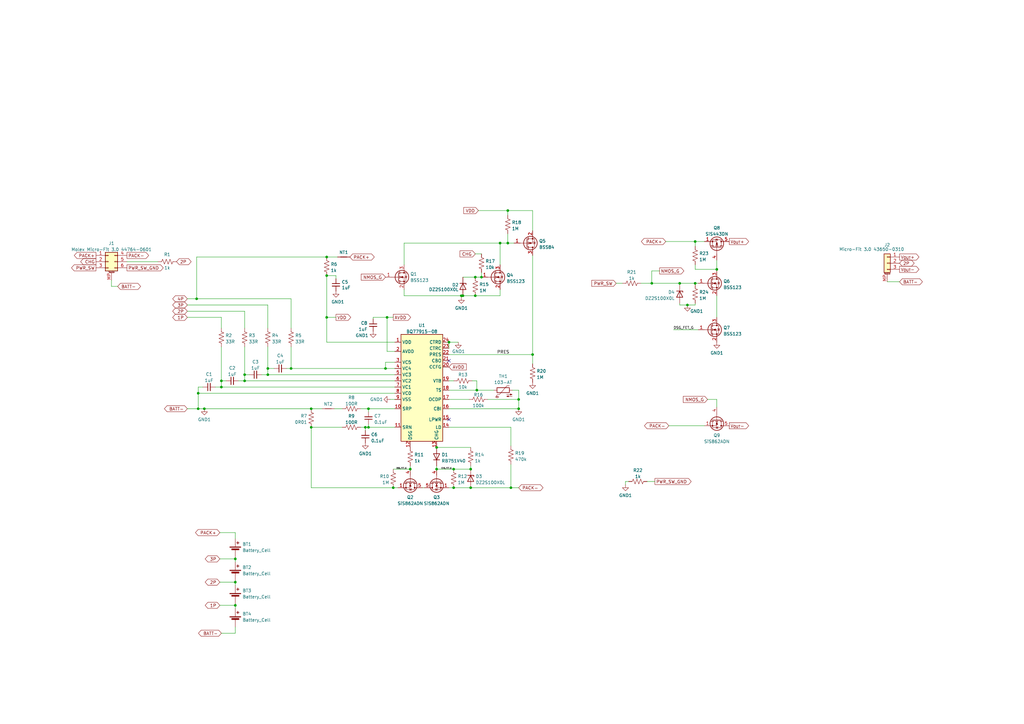
<source format=kicad_sch>
(kicad_sch (version 20230121) (generator eeschema)

  (uuid e65b62be-e01b-4688-a999-1d1be370c4ae)

  (paper "A3")

  (lib_symbols
    (symbol "Battery_Management:BQ77915XX" (in_bom yes) (on_board yes)
      (property "Reference" "U" (at 0 3.175 0)
        (effects (font (size 1.27 1.27)))
      )
      (property "Value" "BQ77915XX" (at 0 1.27 0)
        (effects (font (size 1.27 1.27)))
      )
      (property "Footprint" "Package_SO:TSSOP-24_4.4x7.8mm_P0.65mm" (at 0 6.35 0)
        (effects (font (size 1.27 1.27)) hide)
      )
      (property "Datasheet" "https://www.ti.com/lit/ds/symlink/bq77915.pdf" (at 0 6.35 0)
        (effects (font (size 1.27 1.27)) hide)
      )
      (property "ki_description" "BQ2947 Overvoltage Protection for 2-Series to 4-Series Cell Li-Ion Batteries with External Delay Capacitor" (at 0 0 0)
        (effects (font (size 1.27 1.27)) hide)
      )
      (symbol "BQ77915XX_0_1"
        (rectangle (start -8.89 0) (end 8.255 -43.815)
          (stroke (width 0.25) (type default))
          (fill (type background))
        )
      )
      (symbol "BQ77915XX_1_1"
        (pin power_in line (at -11.43 -3.175 0) (length 2.54)
          (name "VDD" (effects (font (size 1.27 1.27))))
          (number "1" (effects (font (size 1.27 1.27))))
        )
        (pin input line (at -11.43 -30.48 0) (length 2.54)
          (name "SRP" (effects (font (size 1.27 1.27))))
          (number "10" (effects (font (size 1.27 1.27))))
        )
        (pin input line (at -11.43 -38.1 0) (length 2.54)
          (name "SRN" (effects (font (size 1.27 1.27))))
          (number "11" (effects (font (size 1.27 1.27))))
        )
        (pin output line (at -5.08 -46.355 90) (length 2.54)
          (name "DSG" (effects (font (size 1.27 1.27))))
          (number "12" (effects (font (size 1.27 1.27))))
        )
        (pin output line (at 5.715 -46.355 90) (length 2.54)
          (name "CHG" (effects (font (size 1.27 1.27))))
          (number "13" (effects (font (size 1.27 1.27))))
        )
        (pin input line (at 10.795 -38.1 180) (length 2.54)
          (name "LD" (effects (font (size 1.27 1.27))))
          (number "14" (effects (font (size 1.27 1.27))))
        )
        (pin output line (at 10.795 -34.925 180) (length 2.54)
          (name "LPWR" (effects (font (size 1.27 1.27))))
          (number "15" (effects (font (size 1.27 1.27))))
        )
        (pin input line (at 10.795 -30.48 180) (length 2.54)
          (name "CBI" (effects (font (size 1.27 1.27))))
          (number "16" (effects (font (size 1.27 1.27))))
        )
        (pin input line (at 10.795 -26.67 180) (length 2.54)
          (name "OCDP" (effects (font (size 1.27 1.27))))
          (number "17" (effects (font (size 1.27 1.27))))
        )
        (pin input line (at 10.795 -22.86 180) (length 2.54)
          (name "TS" (effects (font (size 1.27 1.27))))
          (number "18" (effects (font (size 1.27 1.27))))
        )
        (pin output line (at 10.795 -19.05 180) (length 2.54)
          (name "VTB" (effects (font (size 1.27 1.27))))
          (number "19" (effects (font (size 1.27 1.27))))
        )
        (pin output line (at -11.43 -6.985 0) (length 2.54)
          (name "AVDD" (effects (font (size 1.27 1.27))))
          (number "2" (effects (font (size 1.27 1.27))))
        )
        (pin output line (at 10.795 -13.335 180) (length 2.54)
          (name "CCFG" (effects (font (size 1.27 1.27))))
          (number "20" (effects (font (size 1.27 1.27))))
        )
        (pin output line (at 10.795 -10.795 180) (length 2.54)
          (name "CBO" (effects (font (size 1.27 1.27))))
          (number "21" (effects (font (size 1.27 1.27))))
        )
        (pin output line (at 10.795 -8.255 180) (length 2.54)
          (name "PRES" (effects (font (size 1.27 1.27))))
          (number "22" (effects (font (size 1.27 1.27))))
        )
        (pin input line (at 10.795 -5.715 180) (length 2.54)
          (name "CTRC" (effects (font (size 1.27 1.27))))
          (number "23" (effects (font (size 1.27 1.27))))
        )
        (pin input line (at 10.795 -3.175 180) (length 2.54)
          (name "CTRD" (effects (font (size 1.27 1.27))))
          (number "24" (effects (font (size 1.27 1.27))))
        )
        (pin input line (at -11.43 -11.43 0) (length 2.54)
          (name "VC5" (effects (font (size 1.27 1.27))))
          (number "3" (effects (font (size 1.27 1.27))))
        )
        (pin input line (at -11.43 -13.97 0) (length 2.54)
          (name "VC4" (effects (font (size 1.27 1.27))))
          (number "4" (effects (font (size 1.27 1.27))))
        )
        (pin input line (at -11.43 -16.51 0) (length 2.54)
          (name "VC3" (effects (font (size 1.27 1.27))))
          (number "5" (effects (font (size 1.27 1.27))))
        )
        (pin input line (at -11.43 -19.05 0) (length 2.54)
          (name "VC2" (effects (font (size 1.27 1.27))))
          (number "6" (effects (font (size 1.27 1.27))))
        )
        (pin input line (at -11.43 -21.59 0) (length 2.54)
          (name "VC1" (effects (font (size 1.27 1.27))))
          (number "7" (effects (font (size 1.27 1.27))))
        )
        (pin input line (at -11.43 -24.13 0) (length 2.54)
          (name "VC0" (effects (font (size 1.27 1.27))))
          (number "8" (effects (font (size 1.27 1.27))))
        )
        (pin power_in line (at -11.43 -26.67 0) (length 2.54)
          (name "VSS" (effects (font (size 1.27 1.27))))
          (number "9" (effects (font (size 1.27 1.27))))
        )
      )
    )
    (symbol "Connector_Generic_MountingPin:Conn_01x03_MountingPin" (pin_names (offset 1.016) hide) (in_bom yes) (on_board yes)
      (property "Reference" "J" (at 0 5.08 0)
        (effects (font (size 1.27 1.27)))
      )
      (property "Value" "Conn_01x03_MountingPin" (at 1.27 -5.08 0)
        (effects (font (size 1.27 1.27)) (justify left))
      )
      (property "Footprint" "" (at 0 0 0)
        (effects (font (size 1.27 1.27)) hide)
      )
      (property "Datasheet" "~" (at 0 0 0)
        (effects (font (size 1.27 1.27)) hide)
      )
      (property "ki_keywords" "connector" (at 0 0 0)
        (effects (font (size 1.27 1.27)) hide)
      )
      (property "ki_description" "Generic connectable mounting pin connector, single row, 01x03, script generated (kicad-library-utils/schlib/autogen/connector/)" (at 0 0 0)
        (effects (font (size 1.27 1.27)) hide)
      )
      (property "ki_fp_filters" "Connector*:*_1x??-1MP*" (at 0 0 0)
        (effects (font (size 1.27 1.27)) hide)
      )
      (symbol "Conn_01x03_MountingPin_1_1"
        (rectangle (start -1.27 -2.413) (end 0 -2.667)
          (stroke (width 0.1524) (type default))
          (fill (type none))
        )
        (rectangle (start -1.27 0.127) (end 0 -0.127)
          (stroke (width 0.1524) (type default))
          (fill (type none))
        )
        (rectangle (start -1.27 2.667) (end 0 2.413)
          (stroke (width 0.1524) (type default))
          (fill (type none))
        )
        (rectangle (start -1.27 3.81) (end 1.27 -3.81)
          (stroke (width 0.254) (type default))
          (fill (type background))
        )
        (polyline
          (pts
            (xy -1.016 -4.572)
            (xy 1.016 -4.572)
          )
          (stroke (width 0.1524) (type default))
          (fill (type none))
        )
        (text "Mounting" (at 0 -4.191 0)
          (effects (font (size 0.381 0.381)))
        )
        (pin passive line (at -5.08 2.54 0) (length 3.81)
          (name "Pin_1" (effects (font (size 1.27 1.27))))
          (number "1" (effects (font (size 1.27 1.27))))
        )
        (pin passive line (at -5.08 0 0) (length 3.81)
          (name "Pin_2" (effects (font (size 1.27 1.27))))
          (number "2" (effects (font (size 1.27 1.27))))
        )
        (pin passive line (at -5.08 -2.54 0) (length 3.81)
          (name "Pin_3" (effects (font (size 1.27 1.27))))
          (number "3" (effects (font (size 1.27 1.27))))
        )
        (pin passive line (at 0 -7.62 90) (length 3.048)
          (name "MountPin" (effects (font (size 1.27 1.27))))
          (number "MP" (effects (font (size 1.27 1.27))))
        )
      )
    )
    (symbol "Connector_Generic_MountingPin:Conn_02x03_Top_Bottom_MountingPin" (pin_names (offset 1.016) hide) (in_bom yes) (on_board yes)
      (property "Reference" "J" (at 1.27 5.08 0)
        (effects (font (size 1.27 1.27)))
      )
      (property "Value" "Conn_02x03_Top_Bottom_MountingPin" (at 2.54 -5.08 0)
        (effects (font (size 1.27 1.27)) (justify left))
      )
      (property "Footprint" "" (at 0 0 0)
        (effects (font (size 1.27 1.27)) hide)
      )
      (property "Datasheet" "~" (at 0 0 0)
        (effects (font (size 1.27 1.27)) hide)
      )
      (property "ki_keywords" "connector" (at 0 0 0)
        (effects (font (size 1.27 1.27)) hide)
      )
      (property "ki_description" "Generic connectable mounting pin connector, double row, 02x03, top/bottom pin numbering scheme (row 1: 1...pins_per_row, row2: pins_per_row+1 ... num_pins), script generated (kicad-library-utils/schlib/autogen/connector/)" (at 0 0 0)
        (effects (font (size 1.27 1.27)) hide)
      )
      (property "ki_fp_filters" "Connector*:*_2x??-1MP*" (at 0 0 0)
        (effects (font (size 1.27 1.27)) hide)
      )
      (symbol "Conn_02x03_Top_Bottom_MountingPin_1_1"
        (rectangle (start -1.27 -2.413) (end 0 -2.667)
          (stroke (width 0.1524) (type default))
          (fill (type none))
        )
        (rectangle (start -1.27 0.127) (end 0 -0.127)
          (stroke (width 0.1524) (type default))
          (fill (type none))
        )
        (rectangle (start -1.27 2.667) (end 0 2.413)
          (stroke (width 0.1524) (type default))
          (fill (type none))
        )
        (rectangle (start -1.27 3.81) (end 3.81 -3.81)
          (stroke (width 0.254) (type default))
          (fill (type background))
        )
        (polyline
          (pts
            (xy 0.254 -4.572)
            (xy 2.286 -4.572)
          )
          (stroke (width 0.1524) (type default))
          (fill (type none))
        )
        (rectangle (start 3.81 -2.413) (end 2.54 -2.667)
          (stroke (width 0.1524) (type default))
          (fill (type none))
        )
        (rectangle (start 3.81 0.127) (end 2.54 -0.127)
          (stroke (width 0.1524) (type default))
          (fill (type none))
        )
        (rectangle (start 3.81 2.667) (end 2.54 2.413)
          (stroke (width 0.1524) (type default))
          (fill (type none))
        )
        (text "Mounting" (at 1.27 -4.191 0)
          (effects (font (size 0.381 0.381)))
        )
        (pin passive line (at -5.08 2.54 0) (length 3.81)
          (name "Pin_1" (effects (font (size 1.27 1.27))))
          (number "1" (effects (font (size 1.27 1.27))))
        )
        (pin passive line (at -5.08 0 0) (length 3.81)
          (name "Pin_2" (effects (font (size 1.27 1.27))))
          (number "2" (effects (font (size 1.27 1.27))))
        )
        (pin passive line (at -5.08 -2.54 0) (length 3.81)
          (name "Pin_3" (effects (font (size 1.27 1.27))))
          (number "3" (effects (font (size 1.27 1.27))))
        )
        (pin passive line (at 7.62 2.54 180) (length 3.81)
          (name "Pin_4" (effects (font (size 1.27 1.27))))
          (number "4" (effects (font (size 1.27 1.27))))
        )
        (pin passive line (at 7.62 0 180) (length 3.81)
          (name "Pin_5" (effects (font (size 1.27 1.27))))
          (number "5" (effects (font (size 1.27 1.27))))
        )
        (pin passive line (at 7.62 -2.54 180) (length 3.81)
          (name "Pin_6" (effects (font (size 1.27 1.27))))
          (number "6" (effects (font (size 1.27 1.27))))
        )
        (pin passive line (at 1.27 -7.62 90) (length 3.048)
          (name "MountPin" (effects (font (size 1.27 1.27))))
          (number "MP" (effects (font (size 1.27 1.27))))
        )
      )
    )
    (symbol "Device:Battery_Cell" (pin_numbers hide) (pin_names (offset 0) hide) (in_bom yes) (on_board yes)
      (property "Reference" "BT" (at 3.175 1.27 0)
        (effects (font (size 1.27 1.27)) (justify left))
      )
      (property "Value" "Battery_Cell" (at 3.175 -1.27 0)
        (effects (font (size 1.27 1.27)) (justify left))
      )
      (property "Footprint" "" (at 0 0.254 90)
        (effects (font (size 1.27 1.27)) hide)
      )
      (property "Datasheet" "~" (at 0 0.254 90)
        (effects (font (size 1.27 1.27)) hide)
      )
      (property "ki_keywords" "battery cell" (at 0 0 0)
        (effects (font (size 1.27 1.27)) hide)
      )
      (property "ki_description" "Single-cell battery" (at 0 0 0)
        (effects (font (size 1.27 1.27)) hide)
      )
      (symbol "Battery_Cell_0_1"
        (rectangle (start -2.286 0.508) (end 2.286 0.254)
          (stroke (width 0) (type default))
          (fill (type outline))
        )
        (rectangle (start -1.524 -0.254) (end 1.524 -0.762)
          (stroke (width 0) (type default))
          (fill (type outline))
        )
        (polyline
          (pts
            (xy 0 -0.508)
            (xy 0 -1.27)
          )
          (stroke (width 0) (type default))
          (fill (type none))
        )
        (polyline
          (pts
            (xy 0 0.508)
            (xy 0 1.27)
          )
          (stroke (width 0) (type default))
          (fill (type none))
        )
        (polyline
          (pts
            (xy 0.508 2.159)
            (xy 1.524 2.159)
          )
          (stroke (width 0.254) (type default))
          (fill (type none))
        )
        (polyline
          (pts
            (xy 1.016 2.667)
            (xy 1.016 1.651)
          )
          (stroke (width 0.254) (type default))
          (fill (type none))
        )
      )
      (symbol "Battery_Cell_1_1"
        (pin passive line (at 0 -3.81 90) (length 2.54)
          (name "-" (effects (font (size 1.27 1.27))))
          (number "1" (effects (font (size 1.27 1.27))))
        )
        (pin passive line (at 0 3.81 270) (length 2.54)
          (name "+" (effects (font (size 1.27 1.27))))
          (number "2" (effects (font (size 1.27 1.27))))
        )
      )
    )
    (symbol "Device:C_Small" (pin_numbers hide) (pin_names (offset 0.254) hide) (in_bom yes) (on_board yes)
      (property "Reference" "C" (at 0.254 1.778 0)
        (effects (font (size 1.27 1.27)) (justify left))
      )
      (property "Value" "C_Small" (at 0.254 -2.032 0)
        (effects (font (size 1.27 1.27)) (justify left))
      )
      (property "Footprint" "" (at 0 0 0)
        (effects (font (size 1.27 1.27)) hide)
      )
      (property "Datasheet" "~" (at 0 0 0)
        (effects (font (size 1.27 1.27)) hide)
      )
      (property "ki_keywords" "capacitor cap" (at 0 0 0)
        (effects (font (size 1.27 1.27)) hide)
      )
      (property "ki_description" "Unpolarized capacitor, small symbol" (at 0 0 0)
        (effects (font (size 1.27 1.27)) hide)
      )
      (property "ki_fp_filters" "C_*" (at 0 0 0)
        (effects (font (size 1.27 1.27)) hide)
      )
      (symbol "C_Small_0_1"
        (polyline
          (pts
            (xy -1.524 -0.508)
            (xy 1.524 -0.508)
          )
          (stroke (width 0.3302) (type default))
          (fill (type none))
        )
        (polyline
          (pts
            (xy -1.524 0.508)
            (xy 1.524 0.508)
          )
          (stroke (width 0.3048) (type default))
          (fill (type none))
        )
      )
      (symbol "C_Small_1_1"
        (pin passive line (at 0 2.54 270) (length 2.032)
          (name "~" (effects (font (size 1.27 1.27))))
          (number "1" (effects (font (size 1.27 1.27))))
        )
        (pin passive line (at 0 -2.54 90) (length 2.032)
          (name "~" (effects (font (size 1.27 1.27))))
          (number "2" (effects (font (size 1.27 1.27))))
        )
      )
    )
    (symbol "Device:Net-Tie_2" (pin_numbers hide) (pin_names (offset 0) hide) (in_bom yes) (on_board yes)
      (property "Reference" "NT" (at 0 1.27 0)
        (effects (font (size 1.27 1.27)))
      )
      (property "Value" "Net-Tie_2" (at 0 -1.27 0)
        (effects (font (size 1.27 1.27)))
      )
      (property "Footprint" "" (at 0 0 0)
        (effects (font (size 1.27 1.27)) hide)
      )
      (property "Datasheet" "~" (at 0 0 0)
        (effects (font (size 1.27 1.27)) hide)
      )
      (property "ki_keywords" "net tie short" (at 0 0 0)
        (effects (font (size 1.27 1.27)) hide)
      )
      (property "ki_description" "Net tie, 2 pins" (at 0 0 0)
        (effects (font (size 1.27 1.27)) hide)
      )
      (property "ki_fp_filters" "Net*Tie*" (at 0 0 0)
        (effects (font (size 1.27 1.27)) hide)
      )
      (symbol "Net-Tie_2_0_1"
        (polyline
          (pts
            (xy -1.27 0)
            (xy 1.27 0)
          )
          (stroke (width 0.254) (type default))
          (fill (type none))
        )
      )
      (symbol "Net-Tie_2_1_1"
        (pin passive line (at -2.54 0 0) (length 2.54)
          (name "1" (effects (font (size 1.27 1.27))))
          (number "1" (effects (font (size 1.27 1.27))))
        )
        (pin passive line (at 2.54 0 180) (length 2.54)
          (name "2" (effects (font (size 1.27 1.27))))
          (number "2" (effects (font (size 1.27 1.27))))
        )
      )
    )
    (symbol "Device:R_US" (pin_numbers hide) (pin_names (offset 0)) (in_bom yes) (on_board yes)
      (property "Reference" "R" (at 2.54 0 90)
        (effects (font (size 1.27 1.27)))
      )
      (property "Value" "R_US" (at -2.54 0 90)
        (effects (font (size 1.27 1.27)))
      )
      (property "Footprint" "" (at 1.016 -0.254 90)
        (effects (font (size 1.27 1.27)) hide)
      )
      (property "Datasheet" "~" (at 0 0 0)
        (effects (font (size 1.27 1.27)) hide)
      )
      (property "ki_keywords" "R res resistor" (at 0 0 0)
        (effects (font (size 1.27 1.27)) hide)
      )
      (property "ki_description" "Resistor, US symbol" (at 0 0 0)
        (effects (font (size 1.27 1.27)) hide)
      )
      (property "ki_fp_filters" "R_*" (at 0 0 0)
        (effects (font (size 1.27 1.27)) hide)
      )
      (symbol "R_US_0_1"
        (polyline
          (pts
            (xy 0 -2.286)
            (xy 0 -2.54)
          )
          (stroke (width 0) (type default))
          (fill (type none))
        )
        (polyline
          (pts
            (xy 0 2.286)
            (xy 0 2.54)
          )
          (stroke (width 0) (type default))
          (fill (type none))
        )
        (polyline
          (pts
            (xy 0 -0.762)
            (xy 1.016 -1.143)
            (xy 0 -1.524)
            (xy -1.016 -1.905)
            (xy 0 -2.286)
          )
          (stroke (width 0) (type default))
          (fill (type none))
        )
        (polyline
          (pts
            (xy 0 0.762)
            (xy 1.016 0.381)
            (xy 0 0)
            (xy -1.016 -0.381)
            (xy 0 -0.762)
          )
          (stroke (width 0) (type default))
          (fill (type none))
        )
        (polyline
          (pts
            (xy 0 2.286)
            (xy 1.016 1.905)
            (xy 0 1.524)
            (xy -1.016 1.143)
            (xy 0 0.762)
          )
          (stroke (width 0) (type default))
          (fill (type none))
        )
      )
      (symbol "R_US_1_1"
        (pin passive line (at 0 3.81 270) (length 1.27)
          (name "~" (effects (font (size 1.27 1.27))))
          (number "1" (effects (font (size 1.27 1.27))))
        )
        (pin passive line (at 0 -3.81 90) (length 1.27)
          (name "~" (effects (font (size 1.27 1.27))))
          (number "2" (effects (font (size 1.27 1.27))))
        )
      )
    )
    (symbol "Device:Thermistor_NTC" (pin_numbers hide) (pin_names (offset 0)) (in_bom yes) (on_board yes)
      (property "Reference" "TH" (at -4.445 0 90)
        (effects (font (size 1.27 1.27)))
      )
      (property "Value" "Thermistor_NTC" (at 3.175 0 90)
        (effects (font (size 1.27 1.27)))
      )
      (property "Footprint" "" (at 0 1.27 0)
        (effects (font (size 1.27 1.27)) hide)
      )
      (property "Datasheet" "~" (at 0 1.27 0)
        (effects (font (size 1.27 1.27)) hide)
      )
      (property "ki_keywords" "thermistor NTC resistor sensor RTD" (at 0 0 0)
        (effects (font (size 1.27 1.27)) hide)
      )
      (property "ki_description" "Temperature dependent resistor, negative temperature coefficient" (at 0 0 0)
        (effects (font (size 1.27 1.27)) hide)
      )
      (property "ki_fp_filters" "*NTC* *Thermistor* PIN?ARRAY* bornier* *Terminal?Block* R_*" (at 0 0 0)
        (effects (font (size 1.27 1.27)) hide)
      )
      (symbol "Thermistor_NTC_0_1"
        (arc (start -3.048 2.159) (mid -3.0505 2.3165) (end -3.175 2.413)
          (stroke (width 0) (type default))
          (fill (type none))
        )
        (arc (start -3.048 2.159) (mid -2.9736 1.9794) (end -2.794 1.905)
          (stroke (width 0) (type default))
          (fill (type none))
        )
        (arc (start -3.048 2.794) (mid -2.9736 2.6144) (end -2.794 2.54)
          (stroke (width 0) (type default))
          (fill (type none))
        )
        (arc (start -2.794 1.905) (mid -2.6144 1.9794) (end -2.54 2.159)
          (stroke (width 0) (type default))
          (fill (type none))
        )
        (arc (start -2.794 2.54) (mid -2.434 2.5608) (end -2.159 2.794)
          (stroke (width 0) (type default))
          (fill (type none))
        )
        (arc (start -2.794 3.048) (mid -2.9736 2.9736) (end -3.048 2.794)
          (stroke (width 0) (type default))
          (fill (type none))
        )
        (arc (start -2.54 2.794) (mid -2.6144 2.9736) (end -2.794 3.048)
          (stroke (width 0) (type default))
          (fill (type none))
        )
        (rectangle (start -1.016 2.54) (end 1.016 -2.54)
          (stroke (width 0.254) (type default))
          (fill (type none))
        )
        (polyline
          (pts
            (xy -2.54 2.159)
            (xy -2.54 2.794)
          )
          (stroke (width 0) (type default))
          (fill (type none))
        )
        (polyline
          (pts
            (xy -1.778 2.54)
            (xy -1.778 1.524)
            (xy 1.778 -1.524)
            (xy 1.778 -2.54)
          )
          (stroke (width 0) (type default))
          (fill (type none))
        )
        (polyline
          (pts
            (xy -2.54 -3.683)
            (xy -2.54 -1.397)
            (xy -2.794 -2.159)
            (xy -2.286 -2.159)
            (xy -2.54 -1.397)
            (xy -2.54 -1.651)
          )
          (stroke (width 0) (type default))
          (fill (type outline))
        )
        (polyline
          (pts
            (xy -1.778 -1.397)
            (xy -1.778 -3.683)
            (xy -2.032 -2.921)
            (xy -1.524 -2.921)
            (xy -1.778 -3.683)
            (xy -1.778 -3.429)
          )
          (stroke (width 0) (type default))
          (fill (type outline))
        )
      )
      (symbol "Thermistor_NTC_1_1"
        (pin passive line (at 0 3.81 270) (length 1.27)
          (name "~" (effects (font (size 1.27 1.27))))
          (number "1" (effects (font (size 1.27 1.27))))
        )
        (pin passive line (at 0 -3.81 90) (length 1.27)
          (name "~" (effects (font (size 1.27 1.27))))
          (number "2" (effects (font (size 1.27 1.27))))
        )
      )
    )
    (symbol "Diode:1N4148WS" (pin_numbers hide) (pin_names (offset 1.016) hide) (in_bom yes) (on_board yes)
      (property "Reference" "D" (at 0 2.54 0)
        (effects (font (size 1.27 1.27)))
      )
      (property "Value" "1N4148WS" (at 0 -2.54 0)
        (effects (font (size 1.27 1.27)))
      )
      (property "Footprint" "Diode_SMD:D_SOD-323" (at 0 -4.445 0)
        (effects (font (size 1.27 1.27)) hide)
      )
      (property "Datasheet" "https://www.vishay.com/docs/85751/1n4148ws.pdf" (at 0 0 0)
        (effects (font (size 1.27 1.27)) hide)
      )
      (property "ki_keywords" "diode" (at 0 0 0)
        (effects (font (size 1.27 1.27)) hide)
      )
      (property "ki_description" "75V 0.15A Fast switching Diode, SOD-323" (at 0 0 0)
        (effects (font (size 1.27 1.27)) hide)
      )
      (property "ki_fp_filters" "D*SOD?323*" (at 0 0 0)
        (effects (font (size 1.27 1.27)) hide)
      )
      (symbol "1N4148WS_0_1"
        (polyline
          (pts
            (xy -1.27 1.27)
            (xy -1.27 -1.27)
          )
          (stroke (width 0.254) (type default))
          (fill (type none))
        )
        (polyline
          (pts
            (xy 1.27 0)
            (xy -1.27 0)
          )
          (stroke (width 0) (type default))
          (fill (type none))
        )
        (polyline
          (pts
            (xy 1.27 1.27)
            (xy 1.27 -1.27)
            (xy -1.27 0)
            (xy 1.27 1.27)
          )
          (stroke (width 0.254) (type default))
          (fill (type none))
        )
      )
      (symbol "1N4148WS_1_1"
        (pin passive line (at -3.81 0 0) (length 2.54)
          (name "K" (effects (font (size 1.27 1.27))))
          (number "1" (effects (font (size 1.27 1.27))))
        )
        (pin passive line (at 3.81 0 180) (length 2.54)
          (name "A" (effects (font (size 1.27 1.27))))
          (number "2" (effects (font (size 1.27 1.27))))
        )
      )
    )
    (symbol "Diode:DZ2S100X0L" (pin_numbers hide) (pin_names (offset 1.016) hide) (in_bom yes) (on_board yes)
      (property "Reference" "D" (at 0 2.54 0)
        (effects (font (size 1.27 1.27)))
      )
      (property "Value" "DZ2S100X0L" (at 0 -2.54 0)
        (effects (font (size 1.27 1.27)))
      )
      (property "Footprint" "Diode_SMD:D_SOD-523" (at 0 -4.445 0)
        (effects (font (size 1.27 1.27)) hide)
      )
      (property "Datasheet" "https://industrial.panasonic.com/content/data/SC/ds/ds4/DZ2S10000L_E.pdf" (at 0 0 0)
        (effects (font (size 1.27 1.27)) hide)
      )
      (property "ki_keywords" "zener diode" (at 0 0 0)
        (effects (font (size 1.27 1.27)) hide)
      )
      (property "ki_description" "150mW Silicon Planar Zener Diode, 10V, SOD-523" (at 0 0 0)
        (effects (font (size 1.27 1.27)) hide)
      )
      (property "ki_fp_filters" "D?SOD?523*" (at 0 0 0)
        (effects (font (size 1.27 1.27)) hide)
      )
      (symbol "DZ2S100X0L_0_1"
        (polyline
          (pts
            (xy 1.27 0)
            (xy -1.27 0)
          )
          (stroke (width 0) (type default))
          (fill (type none))
        )
        (polyline
          (pts
            (xy -1.27 -1.27)
            (xy -1.27 1.27)
            (xy -0.762 1.27)
          )
          (stroke (width 0.254) (type default))
          (fill (type none))
        )
        (polyline
          (pts
            (xy 1.27 -1.27)
            (xy 1.27 1.27)
            (xy -1.27 0)
            (xy 1.27 -1.27)
          )
          (stroke (width 0.254) (type default))
          (fill (type none))
        )
      )
      (symbol "DZ2S100X0L_1_1"
        (pin passive line (at -3.81 0 0) (length 2.54)
          (name "K" (effects (font (size 1.27 1.27))))
          (number "1" (effects (font (size 1.27 1.27))))
        )
        (pin passive line (at 3.81 0 180) (length 2.54)
          (name "A" (effects (font (size 1.27 1.27))))
          (number "2" (effects (font (size 1.27 1.27))))
        )
      )
    )
    (symbol "Transistor_FET:BSS123" (pin_names hide) (in_bom yes) (on_board yes)
      (property "Reference" "Q" (at 5.08 1.905 0)
        (effects (font (size 1.27 1.27)) (justify left))
      )
      (property "Value" "BSS123" (at 5.08 0 0)
        (effects (font (size 1.27 1.27)) (justify left))
      )
      (property "Footprint" "Package_TO_SOT_SMD:SOT-23" (at 5.08 -1.905 0)
        (effects (font (size 1.27 1.27) italic) (justify left) hide)
      )
      (property "Datasheet" "http://www.diodes.com/assets/Datasheets/ds30366.pdf" (at 0 0 0)
        (effects (font (size 1.27 1.27)) (justify left) hide)
      )
      (property "ki_keywords" "N-Channel MOSFET" (at 0 0 0)
        (effects (font (size 1.27 1.27)) hide)
      )
      (property "ki_description" "0.17A Id, 100V Vds, N-Channel MOSFET, SOT-23" (at 0 0 0)
        (effects (font (size 1.27 1.27)) hide)
      )
      (property "ki_fp_filters" "SOT?23*" (at 0 0 0)
        (effects (font (size 1.27 1.27)) hide)
      )
      (symbol "BSS123_0_1"
        (polyline
          (pts
            (xy 0.254 0)
            (xy -2.54 0)
          )
          (stroke (width 0) (type default))
          (fill (type none))
        )
        (polyline
          (pts
            (xy 0.254 1.905)
            (xy 0.254 -1.905)
          )
          (stroke (width 0.254) (type default))
          (fill (type none))
        )
        (polyline
          (pts
            (xy 0.762 -1.27)
            (xy 0.762 -2.286)
          )
          (stroke (width 0.254) (type default))
          (fill (type none))
        )
        (polyline
          (pts
            (xy 0.762 0.508)
            (xy 0.762 -0.508)
          )
          (stroke (width 0.254) (type default))
          (fill (type none))
        )
        (polyline
          (pts
            (xy 0.762 2.286)
            (xy 0.762 1.27)
          )
          (stroke (width 0.254) (type default))
          (fill (type none))
        )
        (polyline
          (pts
            (xy 2.54 2.54)
            (xy 2.54 1.778)
          )
          (stroke (width 0) (type default))
          (fill (type none))
        )
        (polyline
          (pts
            (xy 2.54 -2.54)
            (xy 2.54 0)
            (xy 0.762 0)
          )
          (stroke (width 0) (type default))
          (fill (type none))
        )
        (polyline
          (pts
            (xy 0.762 -1.778)
            (xy 3.302 -1.778)
            (xy 3.302 1.778)
            (xy 0.762 1.778)
          )
          (stroke (width 0) (type default))
          (fill (type none))
        )
        (polyline
          (pts
            (xy 1.016 0)
            (xy 2.032 0.381)
            (xy 2.032 -0.381)
            (xy 1.016 0)
          )
          (stroke (width 0) (type default))
          (fill (type outline))
        )
        (polyline
          (pts
            (xy 2.794 0.508)
            (xy 2.921 0.381)
            (xy 3.683 0.381)
            (xy 3.81 0.254)
          )
          (stroke (width 0) (type default))
          (fill (type none))
        )
        (polyline
          (pts
            (xy 3.302 0.381)
            (xy 2.921 -0.254)
            (xy 3.683 -0.254)
            (xy 3.302 0.381)
          )
          (stroke (width 0) (type default))
          (fill (type none))
        )
        (circle (center 1.651 0) (radius 2.794)
          (stroke (width 0.254) (type default))
          (fill (type none))
        )
        (circle (center 2.54 -1.778) (radius 0.254)
          (stroke (width 0) (type default))
          (fill (type outline))
        )
        (circle (center 2.54 1.778) (radius 0.254)
          (stroke (width 0) (type default))
          (fill (type outline))
        )
      )
      (symbol "BSS123_1_1"
        (pin input line (at -5.08 0 0) (length 2.54)
          (name "G" (effects (font (size 1.27 1.27))))
          (number "1" (effects (font (size 1.27 1.27))))
        )
        (pin passive line (at 2.54 -5.08 90) (length 2.54)
          (name "S" (effects (font (size 1.27 1.27))))
          (number "2" (effects (font (size 1.27 1.27))))
        )
        (pin passive line (at 2.54 5.08 270) (length 2.54)
          (name "D" (effects (font (size 1.27 1.27))))
          (number "3" (effects (font (size 1.27 1.27))))
        )
      )
    )
    (symbol "Transistor_FET:BSS84" (pin_names hide) (in_bom yes) (on_board yes)
      (property "Reference" "Q" (at 5.08 1.905 0)
        (effects (font (size 1.27 1.27)) (justify left))
      )
      (property "Value" "BSS84" (at 5.08 0 0)
        (effects (font (size 1.27 1.27)) (justify left))
      )
      (property "Footprint" "Package_TO_SOT_SMD:SOT-23" (at 5.08 -1.905 0)
        (effects (font (size 1.27 1.27) italic) (justify left) hide)
      )
      (property "Datasheet" "http://assets.nexperia.com/documents/data-sheet/BSS84.pdf" (at 0 0 0)
        (effects (font (size 1.27 1.27)) (justify left) hide)
      )
      (property "ki_keywords" "P-Channel MOSFET" (at 0 0 0)
        (effects (font (size 1.27 1.27)) hide)
      )
      (property "ki_description" "-0.13A Id, -50V Vds, P-Channel MOSFET, SOT-23" (at 0 0 0)
        (effects (font (size 1.27 1.27)) hide)
      )
      (property "ki_fp_filters" "SOT?23*" (at 0 0 0)
        (effects (font (size 1.27 1.27)) hide)
      )
      (symbol "BSS84_0_1"
        (polyline
          (pts
            (xy 0.254 0)
            (xy -2.54 0)
          )
          (stroke (width 0) (type default))
          (fill (type none))
        )
        (polyline
          (pts
            (xy 0.254 1.905)
            (xy 0.254 -1.905)
          )
          (stroke (width 0.254) (type default))
          (fill (type none))
        )
        (polyline
          (pts
            (xy 0.762 -1.27)
            (xy 0.762 -2.286)
          )
          (stroke (width 0.254) (type default))
          (fill (type none))
        )
        (polyline
          (pts
            (xy 0.762 0.508)
            (xy 0.762 -0.508)
          )
          (stroke (width 0.254) (type default))
          (fill (type none))
        )
        (polyline
          (pts
            (xy 0.762 2.286)
            (xy 0.762 1.27)
          )
          (stroke (width 0.254) (type default))
          (fill (type none))
        )
        (polyline
          (pts
            (xy 2.54 2.54)
            (xy 2.54 1.778)
          )
          (stroke (width 0) (type default))
          (fill (type none))
        )
        (polyline
          (pts
            (xy 2.54 -2.54)
            (xy 2.54 0)
            (xy 0.762 0)
          )
          (stroke (width 0) (type default))
          (fill (type none))
        )
        (polyline
          (pts
            (xy 0.762 1.778)
            (xy 3.302 1.778)
            (xy 3.302 -1.778)
            (xy 0.762 -1.778)
          )
          (stroke (width 0) (type default))
          (fill (type none))
        )
        (polyline
          (pts
            (xy 2.286 0)
            (xy 1.27 0.381)
            (xy 1.27 -0.381)
            (xy 2.286 0)
          )
          (stroke (width 0) (type default))
          (fill (type outline))
        )
        (polyline
          (pts
            (xy 2.794 -0.508)
            (xy 2.921 -0.381)
            (xy 3.683 -0.381)
            (xy 3.81 -0.254)
          )
          (stroke (width 0) (type default))
          (fill (type none))
        )
        (polyline
          (pts
            (xy 3.302 -0.381)
            (xy 2.921 0.254)
            (xy 3.683 0.254)
            (xy 3.302 -0.381)
          )
          (stroke (width 0) (type default))
          (fill (type none))
        )
        (circle (center 1.651 0) (radius 2.794)
          (stroke (width 0.254) (type default))
          (fill (type none))
        )
        (circle (center 2.54 -1.778) (radius 0.254)
          (stroke (width 0) (type default))
          (fill (type outline))
        )
        (circle (center 2.54 1.778) (radius 0.254)
          (stroke (width 0) (type default))
          (fill (type outline))
        )
      )
      (symbol "BSS84_1_1"
        (pin input line (at -5.08 0 0) (length 2.54)
          (name "G" (effects (font (size 1.27 1.27))))
          (number "1" (effects (font (size 1.27 1.27))))
        )
        (pin passive line (at 2.54 -5.08 90) (length 2.54)
          (name "S" (effects (font (size 1.27 1.27))))
          (number "2" (effects (font (size 1.27 1.27))))
        )
        (pin passive line (at 2.54 5.08 270) (length 2.54)
          (name "D" (effects (font (size 1.27 1.27))))
          (number "3" (effects (font (size 1.27 1.27))))
        )
      )
    )
    (symbol "Transistor_FET:SiS443DN" (pin_names hide) (in_bom yes) (on_board yes)
      (property "Reference" "Q" (at 5.08 1.905 0)
        (effects (font (size 1.27 1.27)) (justify left))
      )
      (property "Value" "SiS443DN" (at 5.08 0 0)
        (effects (font (size 1.27 1.27)) (justify left))
      )
      (property "Footprint" "Package_SO:Vishay_PowerPAK_1212-8_Single" (at 5.08 -1.905 0)
        (effects (font (size 1.27 1.27) italic) (justify left) hide)
      )
      (property "Datasheet" "https://www.vishay.com/docs/63253/sis443dn.pdf" (at 0 0 90)
        (effects (font (size 1.27 1.27)) (justify left) hide)
      )
      (property "ki_keywords" "P-Channel MOSFET" (at 0 0 0)
        (effects (font (size 1.27 1.27)) hide)
      )
      (property "ki_description" "-35A Id, -40V Vds, P-Channel MOSFET, PowerPAK 1212-8 Single" (at 0 0 0)
        (effects (font (size 1.27 1.27)) hide)
      )
      (property "ki_fp_filters" "Vishay*PowerPAK*1212*Single*" (at 0 0 0)
        (effects (font (size 1.27 1.27)) hide)
      )
      (symbol "SiS443DN_0_1"
        (polyline
          (pts
            (xy 0.254 0)
            (xy -2.54 0)
          )
          (stroke (width 0) (type default))
          (fill (type none))
        )
        (polyline
          (pts
            (xy 0.254 1.905)
            (xy 0.254 -1.905)
          )
          (stroke (width 0.254) (type default))
          (fill (type none))
        )
        (polyline
          (pts
            (xy 0.762 -1.27)
            (xy 0.762 -2.286)
          )
          (stroke (width 0.254) (type default))
          (fill (type none))
        )
        (polyline
          (pts
            (xy 0.762 0.508)
            (xy 0.762 -0.508)
          )
          (stroke (width 0.254) (type default))
          (fill (type none))
        )
        (polyline
          (pts
            (xy 0.762 2.286)
            (xy 0.762 1.27)
          )
          (stroke (width 0.254) (type default))
          (fill (type none))
        )
        (polyline
          (pts
            (xy 2.54 2.54)
            (xy 2.54 1.778)
          )
          (stroke (width 0) (type default))
          (fill (type none))
        )
        (polyline
          (pts
            (xy 2.54 -2.54)
            (xy 2.54 0)
            (xy 0.762 0)
          )
          (stroke (width 0) (type default))
          (fill (type none))
        )
        (polyline
          (pts
            (xy 0.762 1.778)
            (xy 3.302 1.778)
            (xy 3.302 -1.778)
            (xy 0.762 -1.778)
          )
          (stroke (width 0) (type default))
          (fill (type none))
        )
        (polyline
          (pts
            (xy 2.286 0)
            (xy 1.27 0.381)
            (xy 1.27 -0.381)
            (xy 2.286 0)
          )
          (stroke (width 0) (type default))
          (fill (type outline))
        )
        (polyline
          (pts
            (xy 2.794 -0.508)
            (xy 2.921 -0.381)
            (xy 3.683 -0.381)
            (xy 3.81 -0.254)
          )
          (stroke (width 0) (type default))
          (fill (type none))
        )
        (polyline
          (pts
            (xy 3.302 -0.381)
            (xy 2.921 0.254)
            (xy 3.683 0.254)
            (xy 3.302 -0.381)
          )
          (stroke (width 0) (type default))
          (fill (type none))
        )
        (circle (center 1.651 0) (radius 2.794)
          (stroke (width 0.254) (type default))
          (fill (type none))
        )
        (circle (center 2.54 -1.778) (radius 0.254)
          (stroke (width 0) (type default))
          (fill (type outline))
        )
        (circle (center 2.54 1.778) (radius 0.254)
          (stroke (width 0) (type default))
          (fill (type outline))
        )
      )
      (symbol "SiS443DN_1_1"
        (pin passive line (at 2.54 -5.08 90) (length 2.54)
          (name "S" (effects (font (size 1.27 1.27))))
          (number "1" (effects (font (size 1.27 1.27))))
        )
        (pin passive line (at 2.54 -5.08 90) (length 2.54) hide
          (name "S" (effects (font (size 1.27 1.27))))
          (number "2" (effects (font (size 1.27 1.27))))
        )
        (pin passive line (at 2.54 -5.08 90) (length 2.54) hide
          (name "S" (effects (font (size 1.27 1.27))))
          (number "3" (effects (font (size 1.27 1.27))))
        )
        (pin passive line (at -5.08 0 0) (length 2.54)
          (name "G" (effects (font (size 1.27 1.27))))
          (number "4" (effects (font (size 1.27 1.27))))
        )
        (pin passive line (at 2.54 5.08 270) (length 2.54)
          (name "D" (effects (font (size 1.27 1.27))))
          (number "5" (effects (font (size 1.27 1.27))))
        )
      )
    )
    (symbol "Transistor_FET:SiS862ADN" (pin_names hide) (in_bom yes) (on_board yes)
      (property "Reference" "Q" (at 5.08 1.905 0)
        (effects (font (size 1.27 1.27)) (justify left))
      )
      (property "Value" "SiS862ADN" (at 5.08 0 0)
        (effects (font (size 1.27 1.27)) (justify left))
      )
      (property "Footprint" "Package_SO:Vishay_PowerPAK_1212-8_Single" (at 5.08 -1.905 0)
        (effects (font (size 1.27 1.27) italic) (justify left) hide)
      )
      (property "Datasheet" "https://www.vishay.com/docs/76785/sis862adn.pdf" (at 0 0 0)
        (effects (font (size 1.27 1.27)) (justify left) hide)
      )
      (property "ki_keywords" "N-Channel MOSFET" (at 0 0 0)
        (effects (font (size 1.27 1.27)) hide)
      )
      (property "ki_description" "52A Id, 60V Vds, 7.2mOhm Rds(ON), N-Channel MOSFET, PowerPAK 1212-8 Single" (at 0 0 0)
        (effects (font (size 1.27 1.27)) hide)
      )
      (property "ki_fp_filters" "Vishay*PowerPAK*1212*Single*" (at 0 0 0)
        (effects (font (size 1.27 1.27)) hide)
      )
      (symbol "SiS862ADN_0_1"
        (polyline
          (pts
            (xy 0.254 0)
            (xy -2.54 0)
          )
          (stroke (width 0) (type default))
          (fill (type none))
        )
        (polyline
          (pts
            (xy 0.254 1.905)
            (xy 0.254 -1.905)
          )
          (stroke (width 0.254) (type default))
          (fill (type none))
        )
        (polyline
          (pts
            (xy 0.762 -1.27)
            (xy 0.762 -2.286)
          )
          (stroke (width 0.254) (type default))
          (fill (type none))
        )
        (polyline
          (pts
            (xy 0.762 0.508)
            (xy 0.762 -0.508)
          )
          (stroke (width 0.254) (type default))
          (fill (type none))
        )
        (polyline
          (pts
            (xy 0.762 2.286)
            (xy 0.762 1.27)
          )
          (stroke (width 0.254) (type default))
          (fill (type none))
        )
        (polyline
          (pts
            (xy 2.54 2.54)
            (xy 2.54 1.778)
          )
          (stroke (width 0) (type default))
          (fill (type none))
        )
        (polyline
          (pts
            (xy 2.54 -2.54)
            (xy 2.54 0)
            (xy 0.762 0)
          )
          (stroke (width 0) (type default))
          (fill (type none))
        )
        (polyline
          (pts
            (xy 0.762 -1.778)
            (xy 3.302 -1.778)
            (xy 3.302 1.778)
            (xy 0.762 1.778)
          )
          (stroke (width 0) (type default))
          (fill (type none))
        )
        (polyline
          (pts
            (xy 1.016 0)
            (xy 2.032 0.381)
            (xy 2.032 -0.381)
            (xy 1.016 0)
          )
          (stroke (width 0) (type default))
          (fill (type outline))
        )
        (polyline
          (pts
            (xy 2.794 0.508)
            (xy 2.921 0.381)
            (xy 3.683 0.381)
            (xy 3.81 0.254)
          )
          (stroke (width 0) (type default))
          (fill (type none))
        )
        (polyline
          (pts
            (xy 3.302 0.381)
            (xy 2.921 -0.254)
            (xy 3.683 -0.254)
            (xy 3.302 0.381)
          )
          (stroke (width 0) (type default))
          (fill (type none))
        )
        (circle (center 1.651 0) (radius 2.794)
          (stroke (width 0.254) (type default))
          (fill (type none))
        )
        (circle (center 2.54 -1.778) (radius 0.254)
          (stroke (width 0) (type default))
          (fill (type outline))
        )
        (circle (center 2.54 1.778) (radius 0.254)
          (stroke (width 0) (type default))
          (fill (type outline))
        )
      )
      (symbol "SiS862ADN_1_1"
        (pin passive line (at 2.54 -5.08 90) (length 2.54)
          (name "S" (effects (font (size 1.27 1.27))))
          (number "1" (effects (font (size 1.27 1.27))))
        )
        (pin passive line (at 2.54 -5.08 90) (length 2.54) hide
          (name "S" (effects (font (size 1.27 1.27))))
          (number "2" (effects (font (size 1.27 1.27))))
        )
        (pin passive line (at 2.54 -5.08 90) (length 2.54) hide
          (name "S" (effects (font (size 1.27 1.27))))
          (number "3" (effects (font (size 1.27 1.27))))
        )
        (pin input line (at -5.08 0 0) (length 2.54)
          (name "G" (effects (font (size 1.27 1.27))))
          (number "4" (effects (font (size 1.27 1.27))))
        )
        (pin passive line (at 2.54 5.08 270) (length 2.54)
          (name "D" (effects (font (size 1.27 1.27))))
          (number "5" (effects (font (size 1.27 1.27))))
        )
      )
    )
    (symbol "power:GND1" (power) (pin_names (offset 0)) (in_bom yes) (on_board yes)
      (property "Reference" "#PWR" (at 0 -6.35 0)
        (effects (font (size 1.27 1.27)) hide)
      )
      (property "Value" "GND1" (at 0 -3.81 0)
        (effects (font (size 1.27 1.27)))
      )
      (property "Footprint" "" (at 0 0 0)
        (effects (font (size 1.27 1.27)) hide)
      )
      (property "Datasheet" "" (at 0 0 0)
        (effects (font (size 1.27 1.27)) hide)
      )
      (property "ki_keywords" "power-flag" (at 0 0 0)
        (effects (font (size 1.27 1.27)) hide)
      )
      (property "ki_description" "Power symbol creates a global label with name \"GND1\" , ground" (at 0 0 0)
        (effects (font (size 1.27 1.27)) hide)
      )
      (symbol "GND1_0_1"
        (polyline
          (pts
            (xy 0 0)
            (xy 0 -1.27)
            (xy 1.27 -1.27)
            (xy 0 -2.54)
            (xy -1.27 -1.27)
            (xy 0 -1.27)
          )
          (stroke (width 0) (type default))
          (fill (type none))
        )
      )
      (symbol "GND1_1_1"
        (pin power_in line (at 0 0 270) (length 0) hide
          (name "GND1" (effects (font (size 1.27 1.27))))
          (number "1" (effects (font (size 1.27 1.27))))
        )
      )
    )
  )

  (junction (at 127.635 175.26) (diameter 0) (color 0 0 0 0)
    (uuid 03464877-abaa-40bd-8312-6a0217a21a38)
  )
  (junction (at 285.115 116.205) (diameter 0) (color 0 0 0 0)
    (uuid 0d0bf1bc-d1ca-4636-9811-08a156d6858a)
  )
  (junction (at 212.725 167.64) (diameter 0) (color 0 0 0 0)
    (uuid 18e63caa-1dd2-41de-9473-d72b179e6b9a)
  )
  (junction (at 179.07 183.515) (diameter 0) (color 0 0 0 0)
    (uuid 195d10aa-fe06-4b66-9c7e-bcfbbf5de2ad)
  )
  (junction (at 80.645 122.555) (diameter 0) (color 0 0 0 0)
    (uuid 208812bd-d5f1-40b4-b69c-95a63ad2bb23)
  )
  (junction (at 133.985 105.41) (diameter 0) (color 0 0 0 0)
    (uuid 28268d09-01e4-43b0-9eb3-f75dcf5e7f5d)
  )
  (junction (at 285.115 99.06) (diameter 0) (color 0 0 0 0)
    (uuid 2ffac952-549b-46fe-985c-248727eec34d)
  )
  (junction (at 96.52 238.76) (diameter 0) (color 0 0 0 0)
    (uuid 34acdd52-5d05-45e0-8e0a-3ced4fb1329d)
  )
  (junction (at 193.04 192.405) (diameter 0) (color 0 0 0 0)
    (uuid 352a31dc-8887-4c13-a1e9-62c50b403e42)
  )
  (junction (at 96.52 248.285) (diameter 0) (color 0 0 0 0)
    (uuid 3be4b56c-7ce0-45dc-9f65-f8ca03008f81)
  )
  (junction (at 109.855 153.67) (diameter 0) (color 0 0 0 0)
    (uuid 42a2f669-3101-48df-949d-8fbfc2edfe1d)
  )
  (junction (at 193.04 200.025) (diameter 0) (color 0 0 0 0)
    (uuid 42f998cb-3688-4a27-8f73-f11fa2d2ac0e)
  )
  (junction (at 109.855 151.13) (diameter 0) (color 0 0 0 0)
    (uuid 458ad3f6-f352-4f93-8ba0-ea8379c7fbf2)
  )
  (junction (at 208.28 99.695) (diameter 0) (color 0 0 0 0)
    (uuid 4a935dd8-385b-41c4-9c52-90fded22e909)
  )
  (junction (at 168.275 192.405) (diameter 0) (color 0 0 0 0)
    (uuid 4fc173ad-ba72-4450-9334-8f1a09d8969f)
  )
  (junction (at 189.865 121.285) (diameter 0) (color 0 0 0 0)
    (uuid 57c1a1d9-73cb-4233-abd8-be1473976c9f)
  )
  (junction (at 194.945 121.285) (diameter 0) (color 0 0 0 0)
    (uuid 59c47c2e-1344-4180-8856-302563332874)
  )
  (junction (at 151.13 167.64) (diameter 0) (color 0 0 0 0)
    (uuid 5dff87d0-ab5c-4df4-8516-4050133937d5)
  )
  (junction (at 208.28 86.36) (diameter 0) (color 0 0 0 0)
    (uuid 6290384f-88e6-4333-b95e-fb80c911f49f)
  )
  (junction (at 100.33 156.21) (diameter 0) (color 0 0 0 0)
    (uuid 6417963e-64c2-4d5e-9c6f-919f6faa7de3)
  )
  (junction (at 90.805 158.75) (diameter 0) (color 0 0 0 0)
    (uuid 6916cadd-cad8-43f1-b145-f9ca0e5711d4)
  )
  (junction (at 281.94 125.095) (diameter 0) (color 0 0 0 0)
    (uuid 69c2777e-3b76-4cb0-b1b8-0a124379a42d)
  )
  (junction (at 149.86 175.26) (diameter 0) (color 0 0 0 0)
    (uuid 6cf0b355-db7f-4801-a186-9070efaa7c26)
  )
  (junction (at 212.725 163.83) (diameter 0) (color 0 0 0 0)
    (uuid 70168d4a-60be-41f2-a545-7a173f21931f)
  )
  (junction (at 133.985 130.175) (diameter 0) (color 0 0 0 0)
    (uuid 716cccf3-445e-4170-9ff2-dbf5799318f2)
  )
  (junction (at 161.29 200.025) (diameter 0) (color 0 0 0 0)
    (uuid 7564b2d5-3367-4416-ac86-b36f778ea18e)
  )
  (junction (at 278.765 116.205) (diameter 0) (color 0 0 0 0)
    (uuid 7c1c72f5-2a03-43c8-90bf-708fb3465316)
  )
  (junction (at 197.485 113.665) (diameter 0) (color 0 0 0 0)
    (uuid 7c4462a8-c6c5-4422-8c8a-463b4927f743)
  )
  (junction (at 127.635 167.64) (diameter 0) (color 0 0 0 0)
    (uuid 7edb9bb3-de2a-48b3-8b58-254a3dda17d4)
  )
  (junction (at 205.105 99.695) (diameter 0) (color 0 0 0 0)
    (uuid 841ed167-4b7e-46e5-92b4-7ccf47ab8cc7)
  )
  (junction (at 267.335 116.205) (diameter 0) (color 0 0 0 0)
    (uuid 8bc48b78-b214-4a1a-ac25-522b4891de25)
  )
  (junction (at 218.44 145.415) (diameter 0) (color 0 0 0 0)
    (uuid 8cf7d515-7fa1-4fb1-ae4a-6a6ec274c601)
  )
  (junction (at 294.005 110.49) (diameter 0) (color 0 0 0 0)
    (uuid 9c4855ed-cbc8-4984-9c0e-0d0e8f08da18)
  )
  (junction (at 158.115 151.13) (diameter 0) (color 0 0 0 0)
    (uuid 9c8de541-583a-4cb5-8551-449ff2a1d64f)
  )
  (junction (at 151.13 175.26) (diameter 0) (color 0 0 0 0)
    (uuid ad1611db-9a0f-4b7e-8be2-30d756129c46)
  )
  (junction (at 194.945 113.665) (diameter 0) (color 0 0 0 0)
    (uuid b2bf3685-b9f5-4100-a154-e6bbbef1dd19)
  )
  (junction (at 186.055 192.405) (diameter 0) (color 0 0 0 0)
    (uuid be14ab7b-2a49-4127-b684-03f17ea836e2)
  )
  (junction (at 100.33 153.67) (diameter 0) (color 0 0 0 0)
    (uuid c57f10e8-ab42-41f1-a1ec-baa2ced4884a)
  )
  (junction (at 179.07 192.405) (diameter 0) (color 0 0 0 0)
    (uuid c72b5cae-e025-4e72-a906-69f3a2781780)
  )
  (junction (at 209.55 200.025) (diameter 0) (color 0 0 0 0)
    (uuid c9c5e17f-3cfb-4c64-8d29-907f37657631)
  )
  (junction (at 133.985 113.03) (diameter 0) (color 0 0 0 0)
    (uuid d2160a8a-193d-4fcf-8794-6d7dbe620d57)
  )
  (junction (at 158.75 130.175) (diameter 0) (color 0 0 0 0)
    (uuid d5a2c62d-fb59-435d-a26e-94ad8aa52bc3)
  )
  (junction (at 81.28 167.64) (diameter 0) (color 0 0 0 0)
    (uuid d9f3804a-55cd-408a-871a-55cb603ca166)
  )
  (junction (at 90.805 156.21) (diameter 0) (color 0 0 0 0)
    (uuid e66a2ffa-a521-44bf-ba36-31e4ac8541d9)
  )
  (junction (at 195.58 160.02) (diameter 0) (color 0 0 0 0)
    (uuid e8661ad8-f69e-4e16-8d0e-2dc3cf941ece)
  )
  (junction (at 81.28 161.29) (diameter 0) (color 0 0 0 0)
    (uuid eb92bd9a-95f1-4cdc-a241-7b16a6fa4960)
  )
  (junction (at 119.38 151.13) (diameter 0) (color 0 0 0 0)
    (uuid f1719c79-e569-42a2-9ac6-f34b5903080b)
  )
  (junction (at 184.15 140.335) (diameter 0) (color 0 0 0 0)
    (uuid f77f4c11-e645-4b18-aabf-424afcd5f819)
  )
  (junction (at 83.82 167.64) (diameter 0) (color 0 0 0 0)
    (uuid fb60f993-dca8-4141-887c-d6f4efb78f22)
  )
  (junction (at 96.52 229.235) (diameter 0) (color 0 0 0 0)
    (uuid fc031c17-d195-4f27-9f6f-d1d35211a0da)
  )
  (junction (at 186.055 200.025) (diameter 0) (color 0 0 0 0)
    (uuid fe7fbb2b-a509-4d02-83af-63a27ba71cad)
  )
  (junction (at 189.23 121.285) (diameter 0) (color 0 0 0 0)
    (uuid ff3e3981-22db-4a74-b5b0-85549f700792)
  )

  (no_connect (at 184.15 172.085) (uuid 58528236-fbec-43aa-84e3-d987ee849b0a))
  (no_connect (at 184.15 147.955) (uuid a0f1f588-e3b7-4daa-b245-7a5a67b4c9fa))

  (wire (pts (xy 64.77 107.315) (xy 52.07 107.315))
    (stroke (width 0) (type default))
    (uuid 015bbe0a-aea7-4e3e-b083-128222bd94e7)
  )
  (wire (pts (xy 90.805 142.24) (xy 90.805 156.21))
    (stroke (width 0) (type default))
    (uuid 01627bb7-7f07-42c3-b297-e1e92de510c3)
  )
  (wire (pts (xy 137.795 113.03) (xy 133.985 113.03))
    (stroke (width 0) (type default))
    (uuid 04337570-32ac-47b8-b2c2-88ff82abbd3c)
  )
  (wire (pts (xy 218.44 145.415) (xy 218.44 149.225))
    (stroke (width 0) (type default))
    (uuid 04b678ad-31cb-411a-80d9-a07304fac7d6)
  )
  (wire (pts (xy 160.02 163.83) (xy 161.925 163.83))
    (stroke (width 0) (type default))
    (uuid 055a2a0b-e836-40e1-81d7-d905553b5333)
  )
  (wire (pts (xy 267.335 111.125) (xy 270.51 111.125))
    (stroke (width 0) (type default))
    (uuid 096b742f-99dd-49c4-8fdd-9d6286511e54)
  )
  (wire (pts (xy 90.805 156.21) (xy 92.71 156.21))
    (stroke (width 0) (type default))
    (uuid 0afe5456-e098-45d4-8c52-4d465bbbfb81)
  )
  (wire (pts (xy 151.13 167.64) (xy 151.13 168.91))
    (stroke (width 0) (type default))
    (uuid 0b321420-7a9d-4564-ba46-fab666db5538)
  )
  (wire (pts (xy 158.75 130.175) (xy 158.75 144.145))
    (stroke (width 0) (type default))
    (uuid 0f202e42-aa75-46e1-8fb8-e7b4bae2b35a)
  )
  (wire (pts (xy 161.29 200.025) (xy 127.635 200.025))
    (stroke (width 0) (type default))
    (uuid 1238d2cb-fc39-4dd4-b1d7-8a8515c1951f)
  )
  (wire (pts (xy 80.645 105.41) (xy 133.985 105.41))
    (stroke (width 0) (type default))
    (uuid 1287ce53-d53c-4350-a390-3139aa17ce76)
  )
  (wire (pts (xy 88.265 158.75) (xy 90.805 158.75))
    (stroke (width 0) (type default))
    (uuid 13512782-b5f0-4f25-ad44-e11d9dc46457)
  )
  (wire (pts (xy 119.38 142.24) (xy 119.38 151.13))
    (stroke (width 0) (type default))
    (uuid 17d5e690-64a1-4c26-85cd-681a6ec63835)
  )
  (wire (pts (xy 285.115 124.46) (xy 285.115 125.095))
    (stroke (width 0) (type default))
    (uuid 1849409c-cdea-4f46-a526-93a0abe75a4f)
  )
  (wire (pts (xy 127.635 200.025) (xy 127.635 175.26))
    (stroke (width 0) (type default))
    (uuid 18899d3a-3813-461a-afe6-b8813e93b248)
  )
  (wire (pts (xy 90.17 229.235) (xy 96.52 229.235))
    (stroke (width 0) (type default))
    (uuid 19507b45-1ca7-4e79-b16a-cadc891b8f22)
  )
  (wire (pts (xy 109.855 125.095) (xy 109.855 134.62))
    (stroke (width 0) (type default))
    (uuid 1ac67dd2-cf84-4e64-a652-2005c9314e77)
  )
  (wire (pts (xy 109.855 151.13) (xy 109.855 153.67))
    (stroke (width 0) (type default))
    (uuid 21047a5b-da44-46c7-903b-2bc178fe2467)
  )
  (wire (pts (xy 184.15 200.025) (xy 186.055 200.025))
    (stroke (width 0) (type default))
    (uuid 21622c5f-6621-40b9-8fec-a79985c29d0e)
  )
  (wire (pts (xy 205.105 99.695) (xy 205.105 108.585))
    (stroke (width 0) (type default))
    (uuid 21bae0ba-0a96-4e5f-8328-09357611b025)
  )
  (wire (pts (xy 179.07 191.135) (xy 179.07 192.405))
    (stroke (width 0) (type default))
    (uuid 22c6eafd-723f-43b1-a127-8dd84d2b0864)
  )
  (wire (pts (xy 194.945 121.285) (xy 205.105 121.285))
    (stroke (width 0) (type default))
    (uuid 247e993d-59e9-4ad0-81e9-3406501c4943)
  )
  (wire (pts (xy 209.55 200.025) (xy 212.725 200.025))
    (stroke (width 0) (type default))
    (uuid 261b0ad0-3b6f-43ff-a36f-2d274d31c7bc)
  )
  (wire (pts (xy 119.38 122.555) (xy 80.645 122.555))
    (stroke (width 0) (type default))
    (uuid 28262c6e-bedd-4388-8ac3-cacb98334b9c)
  )
  (wire (pts (xy 76.835 125.095) (xy 109.855 125.095))
    (stroke (width 0) (type default))
    (uuid 2925a593-a431-410f-aeed-c5ceb8e3c5b0)
  )
  (wire (pts (xy 76.835 130.175) (xy 90.805 130.175))
    (stroke (width 0) (type default))
    (uuid 2de4e08e-f8c7-4900-86f8-dbed758ea446)
  )
  (wire (pts (xy 119.38 122.555) (xy 119.38 134.62))
    (stroke (width 0) (type default))
    (uuid 2e3a88ed-ead0-45dc-a59f-54db07c32e4f)
  )
  (wire (pts (xy 158.115 148.59) (xy 158.115 151.13))
    (stroke (width 0) (type default))
    (uuid 2f2d1ef9-f7dc-44ff-b18a-9cab50da4846)
  )
  (wire (pts (xy 212.725 163.83) (xy 212.725 167.64))
    (stroke (width 0) (type default))
    (uuid 2fa50ef3-5e3d-4357-97ff-90fe068a90bb)
  )
  (wire (pts (xy 278.765 125.095) (xy 281.94 125.095))
    (stroke (width 0) (type default))
    (uuid 3020b52c-8200-4dc2-b838-9761e744d7bc)
  )
  (wire (pts (xy 165.735 108.585) (xy 165.735 99.695))
    (stroke (width 0) (type default))
    (uuid 30878c1e-1d05-4671-b3ac-3fe82c1090fb)
  )
  (wire (pts (xy 97.79 156.21) (xy 100.33 156.21))
    (stroke (width 0) (type default))
    (uuid 30d37e5c-8c5e-454b-9147-84e0484c10cd)
  )
  (wire (pts (xy 262.89 116.205) (xy 267.335 116.205))
    (stroke (width 0) (type default))
    (uuid 345a5d25-e354-4456-9ea9-b1757f291dc7)
  )
  (wire (pts (xy 133.985 140.335) (xy 161.925 140.335))
    (stroke (width 0) (type default))
    (uuid 348bc47f-341e-4f80-91c7-9e0ef4877f2d)
  )
  (wire (pts (xy 100.33 142.24) (xy 100.33 153.67))
    (stroke (width 0) (type default))
    (uuid 34fc08fb-3f1a-4b03-a77a-e6bd3b51cbf6)
  )
  (wire (pts (xy 80.645 105.41) (xy 80.645 122.555))
    (stroke (width 0) (type default))
    (uuid 36e79e7c-6179-4471-82b6-d9b3b52d45f8)
  )
  (wire (pts (xy 158.75 144.145) (xy 161.925 144.145))
    (stroke (width 0) (type default))
    (uuid 39d0f30f-7731-448f-b920-a84c8d483e39)
  )
  (wire (pts (xy 149.86 175.26) (xy 151.13 175.26))
    (stroke (width 0) (type default))
    (uuid 3a1e3f31-f6e4-40ee-bd85-c287a15e2dcd)
  )
  (wire (pts (xy 276.225 135.255) (xy 286.385 135.255))
    (stroke (width 0) (type default))
    (uuid 3dc449c2-d9ab-4370-9c48-80902a281546)
  )
  (wire (pts (xy 212.725 160.02) (xy 212.725 163.83))
    (stroke (width 0) (type default))
    (uuid 3ff71c35-88da-4321-a89b-ba1bcaf9a465)
  )
  (wire (pts (xy 149.86 176.53) (xy 149.86 175.26))
    (stroke (width 0) (type default))
    (uuid 4098e419-d5d2-45a7-9892-4b01eae4d3b6)
  )
  (wire (pts (xy 285.115 116.205) (xy 286.385 116.205))
    (stroke (width 0) (type default))
    (uuid 4141a3bd-5cb9-4225-a3ce-9c741710b50c)
  )
  (wire (pts (xy 189.23 121.285) (xy 189.23 121.92))
    (stroke (width 0) (type default))
    (uuid 42c3d4d1-97b4-4acc-b42c-28bae1785ce5)
  )
  (wire (pts (xy 186.055 192.405) (xy 193.04 192.405))
    (stroke (width 0) (type default))
    (uuid 4300c504-e74b-430b-985f-bc91fceba547)
  )
  (wire (pts (xy 90.17 218.44) (xy 96.52 218.44))
    (stroke (width 0) (type default))
    (uuid 437ce669-ab4e-406d-8533-cde409201c4a)
  )
  (wire (pts (xy 48.26 117.475) (xy 45.72 117.475))
    (stroke (width 0) (type default))
    (uuid 440b60af-91ef-4c76-ae51-0584ada02b5d)
  )
  (wire (pts (xy 208.28 86.36) (xy 208.28 88.265))
    (stroke (width 0) (type default))
    (uuid 449ed25e-4b22-44f7-af29-9549738ed2d5)
  )
  (wire (pts (xy 151.13 167.64) (xy 161.925 167.64))
    (stroke (width 0) (type default))
    (uuid 4535d19b-1857-4b19-a280-d1e0d53a32b2)
  )
  (wire (pts (xy 90.17 238.76) (xy 96.52 238.76))
    (stroke (width 0) (type default))
    (uuid 4b526e89-d8be-4bde-ab38-7f9b81758d6e)
  )
  (wire (pts (xy 184.15 156.21) (xy 186.055 156.21))
    (stroke (width 0) (type default))
    (uuid 4ca0880f-cfa9-481b-a8e3-3c9bc7c4f729)
  )
  (wire (pts (xy 189.865 121.285) (xy 194.945 121.285))
    (stroke (width 0) (type default))
    (uuid 4ef7a6a1-0452-4f12-9b42-fd5416bdad8c)
  )
  (wire (pts (xy 281.94 125.095) (xy 285.115 125.095))
    (stroke (width 0) (type default))
    (uuid 4f2f9515-6418-451b-8e78-c7ba2b2c2ad5)
  )
  (wire (pts (xy 193.04 191.135) (xy 193.04 192.405))
    (stroke (width 0) (type default))
    (uuid 4fecc678-2758-4b43-9ef5-c88847a86dc9)
  )
  (wire (pts (xy 208.28 99.695) (xy 210.82 99.695))
    (stroke (width 0) (type default))
    (uuid 5085c200-d3a1-4472-8e70-2e6e2a3b8935)
  )
  (wire (pts (xy 161.29 192.405) (xy 168.275 192.405))
    (stroke (width 0) (type default))
    (uuid 5151075b-5074-4b42-a745-39de1186d823)
  )
  (wire (pts (xy 184.15 140.335) (xy 184.15 142.875))
    (stroke (width 0) (type default))
    (uuid 51cbd59d-7331-4804-b146-bab873256b32)
  )
  (wire (pts (xy 208.28 95.885) (xy 208.28 99.695))
    (stroke (width 0) (type default))
    (uuid 52021e53-bf8f-4c27-a854-ac239fe84c29)
  )
  (wire (pts (xy 205.105 99.695) (xy 208.28 99.695))
    (stroke (width 0) (type default))
    (uuid 52874e4b-2210-4d60-bb5e-c4af2bfbd0c2)
  )
  (wire (pts (xy 193.04 183.515) (xy 179.07 183.515))
    (stroke (width 0) (type default))
    (uuid 5483fa15-3392-4d29-b318-67cc135d9829)
  )
  (wire (pts (xy 184.15 145.415) (xy 218.44 145.415))
    (stroke (width 0) (type default))
    (uuid 58d5ca95-be21-41fe-8249-94876135b52e)
  )
  (wire (pts (xy 193.04 200.025) (xy 186.055 200.025))
    (stroke (width 0) (type default))
    (uuid 5b75511b-7f9c-445e-8aa9-031a6720a8d4)
  )
  (wire (pts (xy 96.52 238.125) (xy 96.52 238.76))
    (stroke (width 0) (type default))
    (uuid 5c94d87a-fac1-4a5e-90e0-093838484ded)
  )
  (wire (pts (xy 100.33 127.635) (xy 100.33 134.62))
    (stroke (width 0) (type default))
    (uuid 5d0c9795-01a9-40c5-98d2-ae7c17290e3c)
  )
  (wire (pts (xy 107.315 153.67) (xy 109.855 153.67))
    (stroke (width 0) (type default))
    (uuid 5d2c2017-ff56-4327-b257-0cfb91db01ee)
  )
  (wire (pts (xy 109.855 153.67) (xy 161.925 153.67))
    (stroke (width 0) (type default))
    (uuid 5e213d2e-7eaa-4b33-a296-51cf0768385b)
  )
  (wire (pts (xy 90.805 156.21) (xy 90.805 158.75))
    (stroke (width 0) (type default))
    (uuid 5ec7ed3f-3d47-4d0b-b41f-75b6ded737ae)
  )
  (wire (pts (xy 256.54 198.755) (xy 256.54 197.485))
    (stroke (width 0) (type default))
    (uuid 5f159e19-ed25-40a3-be46-97df9fc6707e)
  )
  (wire (pts (xy 165.735 118.745) (xy 165.735 121.285))
    (stroke (width 0) (type default))
    (uuid 64b41489-505b-4b21-aff8-87ae16506cb9)
  )
  (wire (pts (xy 294.005 110.49) (xy 294.005 111.125))
    (stroke (width 0) (type default))
    (uuid 6726ea24-b198-44e6-8d02-79c65ca9f784)
  )
  (wire (pts (xy 90.805 130.175) (xy 90.805 134.62))
    (stroke (width 0) (type default))
    (uuid 68110db0-73cf-4066-b45a-04af8b0d55ea)
  )
  (wire (pts (xy 200.025 163.83) (xy 212.725 163.83))
    (stroke (width 0) (type default))
    (uuid 682e100f-980f-4104-8cda-171ee6fc5f28)
  )
  (wire (pts (xy 184.15 175.26) (xy 209.55 175.26))
    (stroke (width 0) (type default))
    (uuid 68ca1012-72d5-40c3-a54f-32bc7e3deca7)
  )
  (wire (pts (xy 81.28 161.29) (xy 161.925 161.29))
    (stroke (width 0) (type default))
    (uuid 6a48118a-ff0a-4b18-b813-d9d8024a5ff6)
  )
  (wire (pts (xy 117.475 151.13) (xy 119.38 151.13))
    (stroke (width 0) (type default))
    (uuid 6ec9bb25-eb8a-47cc-8aca-c75b5fdbcaa1)
  )
  (wire (pts (xy 100.33 153.67) (xy 100.33 156.21))
    (stroke (width 0) (type default))
    (uuid 6f69a2b9-eec8-45b5-a884-4202494f79b9)
  )
  (wire (pts (xy 133.985 113.03) (xy 133.985 130.175))
    (stroke (width 0) (type default))
    (uuid 70854ffa-be56-4457-a7e6-557bf5893329)
  )
  (wire (pts (xy 100.33 153.67) (xy 102.235 153.67))
    (stroke (width 0) (type default))
    (uuid 709e9ee7-50cf-4dda-9179-3c2c2e6cf0f5)
  )
  (wire (pts (xy 256.54 197.485) (xy 257.81 197.485))
    (stroke (width 0) (type default))
    (uuid 746de0ac-3fae-4d84-9d3c-dc26f35f6dd7)
  )
  (wire (pts (xy 158.115 151.13) (xy 161.925 151.13))
    (stroke (width 0) (type default))
    (uuid 7690955f-ee13-4949-99aa-cf57a4a58a33)
  )
  (wire (pts (xy 90.17 248.285) (xy 96.52 248.285))
    (stroke (width 0) (type default))
    (uuid 77319bc6-473b-4084-8af0-7abc8d9a9f21)
  )
  (wire (pts (xy 285.115 99.06) (xy 288.925 99.06))
    (stroke (width 0) (type default))
    (uuid 784f55ad-4b91-41db-b5e9-cd598d8893c6)
  )
  (wire (pts (xy 96.52 228.6) (xy 96.52 229.235))
    (stroke (width 0) (type default))
    (uuid 7a13d5da-d3ac-4d7b-97c9-53cf020e43d2)
  )
  (wire (pts (xy 278.765 116.205) (xy 285.115 116.205))
    (stroke (width 0) (type default))
    (uuid 7a8dda3c-f1a4-4340-a1c9-d746fd8a453a)
  )
  (wire (pts (xy 294.005 163.83) (xy 294.005 167.005))
    (stroke (width 0) (type default))
    (uuid 7c652628-ded0-4f96-b297-ec3423460c0d)
  )
  (wire (pts (xy 168.275 192.405) (xy 168.275 191.135))
    (stroke (width 0) (type default))
    (uuid 7fdcfab7-aef7-4ba8-887e-15e2c084ad65)
  )
  (wire (pts (xy 189.23 121.285) (xy 189.865 121.285))
    (stroke (width 0) (type default))
    (uuid 862f5097-8884-40cd-9eed-e2f6d61d42dc)
  )
  (wire (pts (xy 81.28 161.29) (xy 81.28 167.64))
    (stroke (width 0) (type default))
    (uuid 868f4eb7-5fbf-4b22-aae2-7e55e2b471c5)
  )
  (wire (pts (xy 218.44 104.775) (xy 218.44 145.415))
    (stroke (width 0) (type default))
    (uuid 8abe98b0-3918-4fe0-a42d-3e0d4f852095)
  )
  (wire (pts (xy 165.735 121.285) (xy 189.23 121.285))
    (stroke (width 0) (type default))
    (uuid 8aee2919-337a-41dd-9cb8-3b9aa72e6536)
  )
  (wire (pts (xy 90.805 158.75) (xy 161.925 158.75))
    (stroke (width 0) (type default))
    (uuid 8b4ba821-3c2b-47d3-853c-78d35c22ccb4)
  )
  (wire (pts (xy 197.485 113.665) (xy 197.485 111.76))
    (stroke (width 0) (type default))
    (uuid 8bad6b84-732d-4f71-a4cc-0b65c4e0a020)
  )
  (wire (pts (xy 195.58 156.21) (xy 195.58 160.02))
    (stroke (width 0) (type default))
    (uuid 8d580e3a-be9c-43e3-93d2-1c482cde1d67)
  )
  (wire (pts (xy 96.52 229.235) (xy 96.52 230.505))
    (stroke (width 0) (type default))
    (uuid 8f3720a0-c149-4aa7-a515-a226b2e6df4a)
  )
  (wire (pts (xy 161.29 200.025) (xy 163.195 200.025))
    (stroke (width 0) (type default))
    (uuid 8fa998e3-56ed-4156-a2fc-6e0ef5dcccd7)
  )
  (wire (pts (xy 278.765 116.205) (xy 278.765 116.84))
    (stroke (width 0) (type default))
    (uuid 912719b5-91d8-4aba-bb2a-7d84da34540d)
  )
  (wire (pts (xy 193.675 156.21) (xy 195.58 156.21))
    (stroke (width 0) (type default))
    (uuid 9601c9e5-bf7e-4d5d-896f-1ac777e0d7f6)
  )
  (wire (pts (xy 173.355 200.025) (xy 173.99 200.025))
    (stroke (width 0) (type default))
    (uuid 96253413-4bbc-4b64-998f-fef9772975f5)
  )
  (wire (pts (xy 151.13 173.99) (xy 151.13 175.26))
    (stroke (width 0) (type default))
    (uuid 993d5b41-9996-4363-a710-696f9e2f29bf)
  )
  (wire (pts (xy 285.115 100.965) (xy 285.115 99.06))
    (stroke (width 0) (type default))
    (uuid 99530bff-6cb5-4a2b-83eb-afe003459157)
  )
  (wire (pts (xy 363.855 115.57) (xy 368.935 115.57))
    (stroke (width 0) (type default))
    (uuid 9a4dff09-e33a-413c-9bdb-c73e1583e029)
  )
  (wire (pts (xy 294.005 121.285) (xy 294.005 130.175))
    (stroke (width 0) (type default))
    (uuid 9a7f014b-fa30-4f9a-97ff-fa7306bfbc4c)
  )
  (wire (pts (xy 151.13 175.26) (xy 161.925 175.26))
    (stroke (width 0) (type default))
    (uuid 9ac49c3d-4ac8-45cf-a0ea-46f3b09eb0e1)
  )
  (wire (pts (xy 184.15 163.83) (xy 192.405 163.83))
    (stroke (width 0) (type default))
    (uuid 9be1518e-da2d-4a75-ad86-f091dd886056)
  )
  (wire (pts (xy 210.185 160.02) (xy 212.725 160.02))
    (stroke (width 0) (type default))
    (uuid 9cc10e5c-3873-4be6-b1bd-45876cf9e376)
  )
  (wire (pts (xy 194.945 113.665) (xy 197.485 113.665))
    (stroke (width 0) (type default))
    (uuid a1036e94-c544-4e98-a9ad-7c9cfe5d9dc4)
  )
  (wire (pts (xy 290.195 163.83) (xy 294.005 163.83))
    (stroke (width 0) (type default))
    (uuid a1b62a12-9b24-4bb5-be2c-525c059d8bab)
  )
  (wire (pts (xy 184.15 140.335) (xy 187.96 140.335))
    (stroke (width 0) (type default))
    (uuid a2447d1e-08f7-4b95-9298-881aa34ca103)
  )
  (wire (pts (xy 285.115 110.49) (xy 294.005 110.49))
    (stroke (width 0) (type default))
    (uuid a35ad2bb-6ff4-45d3-92c6-052197f5d3a4)
  )
  (wire (pts (xy 205.105 121.285) (xy 205.105 118.745))
    (stroke (width 0) (type default))
    (uuid a3e7fbca-30d8-48d3-80c6-30ef4b67641f)
  )
  (wire (pts (xy 137.16 167.64) (xy 140.335 167.64))
    (stroke (width 0) (type default))
    (uuid a8e2f28e-f659-4cad-98b8-afc0336d33f5)
  )
  (wire (pts (xy 137.795 114.3) (xy 137.795 113.03))
    (stroke (width 0) (type default))
    (uuid ae804471-e16b-4a99-8831-9243576bab16)
  )
  (wire (pts (xy 189.865 113.665) (xy 194.945 113.665))
    (stroke (width 0) (type default))
    (uuid b2397bc1-dccc-4eae-891e-1490bb760293)
  )
  (wire (pts (xy 83.82 167.64) (xy 127.635 167.64))
    (stroke (width 0) (type default))
    (uuid b3c35693-5865-42dc-8284-b0d005c2594c)
  )
  (wire (pts (xy 158.75 130.175) (xy 153.035 130.175))
    (stroke (width 0) (type default))
    (uuid b4c9dbd5-9178-4f13-a41c-aba516253fa1)
  )
  (wire (pts (xy 218.44 86.36) (xy 218.44 94.615))
    (stroke (width 0) (type default))
    (uuid b73ff651-8165-4bb5-91f1-f4a5faa26762)
  )
  (wire (pts (xy 100.33 156.21) (xy 161.925 156.21))
    (stroke (width 0) (type default))
    (uuid b798363f-f0ef-439a-bf76-8b68c7675551)
  )
  (wire (pts (xy 195.58 160.02) (xy 202.565 160.02))
    (stroke (width 0) (type default))
    (uuid b7d594a9-e34e-43e2-9c27-2eadb3ef83d0)
  )
  (wire (pts (xy 127.635 175.26) (xy 140.335 175.26))
    (stroke (width 0) (type default))
    (uuid b7fa1614-690e-4673-9e3c-0c2d7fe0083d)
  )
  (wire (pts (xy 285.115 108.585) (xy 285.115 110.49))
    (stroke (width 0) (type default))
    (uuid b85b353a-9763-4f90-b8cc-c85e0db611a6)
  )
  (wire (pts (xy 133.985 130.175) (xy 137.795 130.175))
    (stroke (width 0) (type default))
    (uuid ba9b420b-0bdf-4912-a036-b11b82225012)
  )
  (wire (pts (xy 208.28 86.36) (xy 218.44 86.36))
    (stroke (width 0) (type default))
    (uuid bad141c3-bb26-4188-8435-1a9bb7eb6619)
  )
  (wire (pts (xy 273.05 99.06) (xy 285.115 99.06))
    (stroke (width 0) (type default))
    (uuid bc10be31-05de-4159-9297-6fa40fdd0c14)
  )
  (wire (pts (xy 209.55 190.5) (xy 209.55 200.025))
    (stroke (width 0) (type default))
    (uuid befc88cd-c455-455c-a968-61933004f3e6)
  )
  (wire (pts (xy 96.52 218.44) (xy 96.52 220.98))
    (stroke (width 0) (type default))
    (uuid c2d37791-9387-4cd8-94dd-b78ceb8d658c)
  )
  (wire (pts (xy 193.04 200.025) (xy 209.55 200.025))
    (stroke (width 0) (type default))
    (uuid c4410b3a-2509-4c9a-8bc7-dcc6efd3d1a1)
  )
  (wire (pts (xy 184.15 160.02) (xy 195.58 160.02))
    (stroke (width 0) (type default))
    (uuid c4b28221-7e0d-40e2-a7cd-6452b8dfb443)
  )
  (wire (pts (xy 133.985 130.175) (xy 133.985 140.335))
    (stroke (width 0) (type default))
    (uuid c64c7d2e-adec-443c-8727-ff1be481d809)
  )
  (wire (pts (xy 153.035 130.175) (xy 153.035 130.81))
    (stroke (width 0) (type default))
    (uuid c7e2352e-7a52-48ce-be01-ce2f5870c4c9)
  )
  (wire (pts (xy 285.115 116.205) (xy 285.115 116.84))
    (stroke (width 0) (type default))
    (uuid c82f5a6c-a954-4595-a5f6-57a8320a6124)
  )
  (wire (pts (xy 209.55 175.26) (xy 209.55 182.88))
    (stroke (width 0) (type default))
    (uuid c881e0b7-7c4f-40ee-ad04-96f1cdca28db)
  )
  (wire (pts (xy 80.645 122.555) (xy 76.835 122.555))
    (stroke (width 0) (type default))
    (uuid c8d40062-19ff-434d-8b00-6b5ed9f623a6)
  )
  (wire (pts (xy 147.955 167.64) (xy 151.13 167.64))
    (stroke (width 0) (type default))
    (uuid cac2ea56-6dca-4c9e-9bfb-b1e698cf5b66)
  )
  (wire (pts (xy 119.38 151.13) (xy 158.115 151.13))
    (stroke (width 0) (type default))
    (uuid cc06a4fa-6acd-4f97-8c0f-6967079b1008)
  )
  (wire (pts (xy 133.985 105.41) (xy 138.43 105.41))
    (stroke (width 0) (type default))
    (uuid ce366bf2-7966-4b49-94d0-5ee95dc49a57)
  )
  (wire (pts (xy 252.73 116.205) (xy 255.27 116.205))
    (stroke (width 0) (type default))
    (uuid d094ff93-3aaa-465f-95ed-eb971756c30d)
  )
  (wire (pts (xy 274.32 174.625) (xy 288.925 174.625))
    (stroke (width 0) (type default))
    (uuid d105898a-ebea-451a-866b-1ffdba07b19d)
  )
  (wire (pts (xy 96.52 259.715) (xy 90.805 259.715))
    (stroke (width 0) (type default))
    (uuid d17deac5-ae66-44ef-a038-db1f7f1b8724)
  )
  (wire (pts (xy 179.07 192.405) (xy 186.055 192.405))
    (stroke (width 0) (type default))
    (uuid d1ee9922-93f7-441d-9869-7e9afbf37a0b)
  )
  (wire (pts (xy 265.43 197.485) (xy 268.605 197.485))
    (stroke (width 0) (type default))
    (uuid d5681baf-309f-4d3e-84a1-59ce1017a443)
  )
  (wire (pts (xy 127.635 167.64) (xy 132.08 167.64))
    (stroke (width 0) (type default))
    (uuid d6c96c5a-22ba-420f-935e-509bcd73e5c0)
  )
  (wire (pts (xy 96.52 238.76) (xy 96.52 240.03))
    (stroke (width 0) (type default))
    (uuid db68c732-3358-4078-9269-3a1cf2105e0c)
  )
  (wire (pts (xy 184.15 167.64) (xy 212.725 167.64))
    (stroke (width 0) (type default))
    (uuid de200ef8-8064-4a12-887c-8c61673aa859)
  )
  (wire (pts (xy 76.835 127.635) (xy 100.33 127.635))
    (stroke (width 0) (type default))
    (uuid e061de26-40a6-4a5d-b115-086cfe1affd0)
  )
  (wire (pts (xy 109.855 142.24) (xy 109.855 151.13))
    (stroke (width 0) (type default))
    (uuid e3631beb-3b67-4bbb-921a-2a0533d0cb03)
  )
  (wire (pts (xy 294.005 110.49) (xy 294.005 106.68))
    (stroke (width 0) (type default))
    (uuid e4a207fe-9060-4c18-8dd0-9fae0656551f)
  )
  (wire (pts (xy 267.335 116.205) (xy 267.335 111.125))
    (stroke (width 0) (type default))
    (uuid e61caca7-8397-4071-834c-6c076afe873d)
  )
  (wire (pts (xy 158.75 130.175) (xy 161.29 130.175))
    (stroke (width 0) (type default))
    (uuid e9e875e7-588e-4249-8c62-199890a23415)
  )
  (wire (pts (xy 76.835 167.64) (xy 81.28 167.64))
    (stroke (width 0) (type default))
    (uuid ed590919-302f-43d1-b87b-00c0c5af61b7)
  )
  (wire (pts (xy 147.955 175.26) (xy 149.86 175.26))
    (stroke (width 0) (type default))
    (uuid edd428e4-081c-40d0-96f0-d32e84e683a1)
  )
  (wire (pts (xy 81.28 158.75) (xy 83.185 158.75))
    (stroke (width 0) (type default))
    (uuid ef420653-8441-4352-bb15-081480ce5d0e)
  )
  (wire (pts (xy 81.28 158.75) (xy 81.28 161.29))
    (stroke (width 0) (type default))
    (uuid f0f6f53b-2c0c-42c8-97a2-c36fa65381df)
  )
  (wire (pts (xy 96.52 247.65) (xy 96.52 248.285))
    (stroke (width 0) (type default))
    (uuid f4ba60fe-12da-4888-9f39-92c175b4319a)
  )
  (wire (pts (xy 267.335 116.205) (xy 278.765 116.205))
    (stroke (width 0) (type default))
    (uuid f5cb656c-8677-4cdb-8359-da32fc530e6a)
  )
  (wire (pts (xy 96.52 248.285) (xy 96.52 249.555))
    (stroke (width 0) (type default))
    (uuid f61ffe14-0c5f-4703-9808-5b2380e253b2)
  )
  (wire (pts (xy 109.855 151.13) (xy 112.395 151.13))
    (stroke (width 0) (type default))
    (uuid f6c0e91a-e7f2-4ff8-acd2-bfcf36bc1d61)
  )
  (wire (pts (xy 96.52 257.175) (xy 96.52 259.715))
    (stroke (width 0) (type default))
    (uuid f7384ed0-c967-4566-b328-2b7863daa492)
  )
  (wire (pts (xy 158.115 148.59) (xy 161.925 148.59))
    (stroke (width 0) (type default))
    (uuid f796d8b0-48d5-4820-bc04-79bb175da358)
  )
  (wire (pts (xy 81.28 167.64) (xy 83.82 167.64))
    (stroke (width 0) (type default))
    (uuid f7d508c4-c950-4a0c-9e7a-27ac33630161)
  )
  (wire (pts (xy 194.945 104.14) (xy 197.485 104.14))
    (stroke (width 0) (type default))
    (uuid f80eb576-d7a4-45ee-a9a0-1da75de792a0)
  )
  (wire (pts (xy 278.765 124.46) (xy 278.765 125.095))
    (stroke (width 0) (type default))
    (uuid faa589a5-424d-4801-b43c-4990ad31241c)
  )
  (wire (pts (xy 165.735 99.695) (xy 205.105 99.695))
    (stroke (width 0) (type default))
    (uuid faad47fe-34ce-41fb-8e1c-084b66981adf)
  )
  (wire (pts (xy 45.72 117.475) (xy 45.72 114.935))
    (stroke (width 0) (type default))
    (uuid fd7132c5-cd6f-49f1-80c6-ecf53e7f476f)
  )
  (wire (pts (xy 196.215 86.36) (xy 208.28 86.36))
    (stroke (width 0) (type default))
    (uuid fe22d5a3-45be-4516-a697-ad42cd556af1)
  )

  (label "CHG_FET_G" (at 180.975 192.405 0) (fields_autoplaced)
    (effects (font (size 0.508 0.508)) (justify left bottom))
    (uuid 4feb6c8f-9804-41fd-9e84-5abc385e1a49)
  )
  (label "DSG_FET_G" (at 276.225 135.255 0) (fields_autoplaced)
    (effects (font (size 1.016 1.016)) (justify left bottom))
    (uuid 99ce69c4-5beb-4b1d-8ada-5fa6b1592c97)
  )
  (label "DSG_FET_G" (at 162.56 192.405 0) (fields_autoplaced)
    (effects (font (size 0.508 0.508)) (justify left bottom))
    (uuid 9da81967-b924-4381-908d-d8631ae175e8)
  )
  (label "PRES" (at 203.835 145.415 0) (fields_autoplaced)
    (effects (font (size 1.27 1.27)) (justify left bottom))
    (uuid b834febf-ddab-4eb4-8143-e0271eaad425)
  )

  (global_label "PWR_SW_GND" (shape output) (at 268.605 197.485 0) (fields_autoplaced)
    (effects (font (size 1.27 1.27)) (justify left))
    (uuid 011dc2d1-c98c-45cf-b084-88b95e50e5a3)
    (property "Intersheetrefs" "${INTERSHEET_REFS}" (at 283.3873 197.4056 0)
      (effects (font (size 1.27 1.27)) (justify left) hide)
    )
  )
  (global_label "V_{OUT}-" (shape output) (at 368.935 110.49 0) (fields_autoplaced)
    (effects (font (size 1.27 1.27)) (justify left))
    (uuid 10c2c6ee-cf7b-4027-97be-73551e8d86c7)
    (property "Intersheetrefs" "${INTERSHEET_REFS}" (at 376.823 110.4106 0)
      (effects (font (size 1.27 1.27)) (justify left) hide)
    )
  )
  (global_label "V_{OUT}-" (shape output) (at 299.085 174.625 0) (fields_autoplaced)
    (effects (font (size 1.27 1.27)) (justify left))
    (uuid 2f291ad6-6f49-4d64-bf3e-03ba5a4c74e0)
    (property "Intersheetrefs" "${INTERSHEET_REFS}" (at 306.973 174.5456 0)
      (effects (font (size 1.27 1.27)) (justify left) hide)
    )
  )
  (global_label "1P" (shape bidirectional) (at 90.17 248.285 180) (fields_autoplaced)
    (effects (font (size 1.27 1.27)) (justify right))
    (uuid 30c5981e-bbb1-491e-8e97-8f0b4c35eb19)
    (property "Intersheetrefs" "${INTERSHEET_REFS}" (at 85.2774 248.2056 0)
      (effects (font (size 1.27 1.27)) (justify right) hide)
    )
  )
  (global_label "4P" (shape bidirectional) (at 76.835 122.555 180) (fields_autoplaced)
    (effects (font (size 1.27 1.27)) (justify right))
    (uuid 3157f6e8-7a55-4eb8-9bc8-71b617f37244)
    (property "Intersheetrefs" "${INTERSHEET_REFS}" (at 71.9424 122.4756 0)
      (effects (font (size 1.27 1.27)) (justify right) hide)
    )
  )
  (global_label "NMOS_G" (shape output) (at 270.51 111.125 0) (fields_autoplaced)
    (effects (font (size 1.27 1.27)) (justify left))
    (uuid 3ba5d759-3299-40c7-b122-c1fa161dd437)
    (property "Intersheetrefs" "${INTERSHEET_REFS}" (at 280.3937 111.0456 0)
      (effects (font (size 1.27 1.27)) (justify left) hide)
    )
  )
  (global_label "VDD" (shape input) (at 196.215 86.36 180) (fields_autoplaced)
    (effects (font (size 1.27 1.27)) (justify right))
    (uuid 3c406b49-b4d2-41a7-a8e8-b911ef9dc5f8)
    (property "Intersheetrefs" "${INTERSHEET_REFS}" (at 190.2622 86.4394 0)
      (effects (font (size 1.27 1.27)) (justify right) hide)
    )
  )
  (global_label "NMOS_G" (shape input) (at 290.195 163.83 180) (fields_autoplaced)
    (effects (font (size 1.27 1.27)) (justify right))
    (uuid 417ad48e-bc11-4b75-ba5a-40fe63c8b382)
    (property "Intersheetrefs" "${INTERSHEET_REFS}" (at 280.3113 163.7506 0)
      (effects (font (size 1.27 1.27)) (justify right) hide)
    )
  )
  (global_label "PWR_SW_GND" (shape output) (at 52.07 109.855 0) (fields_autoplaced)
    (effects (font (size 1.27 1.27)) (justify left))
    (uuid 431c1573-3342-44f8-89c4-2c44a9e6de64)
    (property "Intersheetrefs" "${INTERSHEET_REFS}" (at 66.859 109.855 0)
      (effects (font (size 1.27 1.27)) (justify left) hide)
    )
  )
  (global_label "PACK-" (shape output) (at 52.07 104.775 0) (fields_autoplaced)
    (effects (font (size 1.27 1.27)) (justify left))
    (uuid 44368e99-da49-4f19-a5cf-a80b6d0af939)
    (property "Intersheetrefs" "${INTERSHEET_REFS}" (at 60.8652 104.8544 0)
      (effects (font (size 1.27 1.27)) (justify left) hide)
    )
  )
  (global_label "V_{OUT}+" (shape output) (at 368.935 105.41 0) (fields_autoplaced)
    (effects (font (size 1.27 1.27)) (justify left))
    (uuid 51225a4e-a52c-4528-8adc-e08f99421742)
    (property "Intersheetrefs" "${INTERSHEET_REFS}" (at 376.823 105.3306 0)
      (effects (font (size 1.27 1.27)) (justify left) hide)
    )
  )
  (global_label "BATT-" (shape bidirectional) (at 48.26 117.475 0) (fields_autoplaced)
    (effects (font (size 1.27 1.27)) (justify left))
    (uuid 5747d007-7ed1-44a7-bb0a-982b8298709a)
    (property "Intersheetrefs" "${INTERSHEET_REFS}" (at 56.5393 117.5544 0)
      (effects (font (size 1.27 1.27)) (justify left) hide)
    )
  )
  (global_label "PACK+" (shape bidirectional) (at 273.05 99.06 180) (fields_autoplaced)
    (effects (font (size 1.27 1.27)) (justify right))
    (uuid 59d49576-1af2-4b09-8392-79bc4e18e947)
    (property "Intersheetrefs" "${INTERSHEET_REFS}" (at 264.1659 99.1394 0)
      (effects (font (size 1.27 1.27)) (justify right) hide)
    )
  )
  (global_label "2P" (shape bidirectional) (at 72.39 107.315 0) (fields_autoplaced)
    (effects (font (size 1.27 1.27)) (justify left))
    (uuid 5a6b3fd7-7540-48a3-9a1b-457427d839f0)
    (property "Intersheetrefs" "${INTERSHEET_REFS}" (at 78.153 107.315 0)
      (effects (font (size 1.27 1.27)) (justify left) hide)
    )
  )
  (global_label "PACK+" (shape output) (at 39.37 104.775 180) (fields_autoplaced)
    (effects (font (size 1.27 1.27)) (justify right))
    (uuid 5bb1d09e-e849-4c56-86c7-1fa490ab5c7c)
    (property "Intersheetrefs" "${INTERSHEET_REFS}" (at 30.5748 104.8544 0)
      (effects (font (size 1.27 1.27)) (justify right) hide)
    )
  )
  (global_label "2P" (shape bidirectional) (at 368.935 107.95 0) (fields_autoplaced)
    (effects (font (size 1.27 1.27)) (justify left))
    (uuid 703bffcd-88e8-41f3-9e96-b28f7d802e5a)
    (property "Intersheetrefs" "${INTERSHEET_REFS}" (at 373.8276 108.0294 0)
      (effects (font (size 1.27 1.27)) (justify left) hide)
    )
  )
  (global_label "PACK-" (shape bidirectional) (at 212.725 200.025 0) (fields_autoplaced)
    (effects (font (size 1.27 1.27)) (justify left))
    (uuid 7a34255d-5b28-4db8-b5b3-2343f448a87d)
    (property "Intersheetrefs" "${INTERSHEET_REFS}" (at 221.5202 199.9456 0)
      (effects (font (size 1.27 1.27)) (justify left) hide)
    )
  )
  (global_label "NMOS_G" (shape input) (at 158.115 113.665 180) (fields_autoplaced)
    (effects (font (size 1.27 1.27)) (justify right))
    (uuid 8bc2bc4d-3c17-4633-91aa-d5f2675d8c2e)
    (property "Intersheetrefs" "${INTERSHEET_REFS}" (at 148.2313 113.5856 0)
      (effects (font (size 1.27 1.27)) (justify right) hide)
    )
  )
  (global_label "PACK+" (shape bidirectional) (at 90.17 218.44 180) (fields_autoplaced)
    (effects (font (size 1.27 1.27)) (justify right))
    (uuid 906da1cb-8839-472a-973e-ac18da204925)
    (property "Intersheetrefs" "${INTERSHEET_REFS}" (at 81.2859 218.5194 0)
      (effects (font (size 1.27 1.27)) (justify right) hide)
    )
  )
  (global_label "PWR_SW" (shape input) (at 252.73 116.205 180) (fields_autoplaced)
    (effects (font (size 1.27 1.27)) (justify right))
    (uuid 9b920c5f-9aad-4e3c-ac9a-254edbc10815)
    (property "Intersheetrefs" "${INTERSHEET_REFS}" (at 242.7858 116.1256 0)
      (effects (font (size 1.27 1.27)) (justify right) hide)
    )
  )
  (global_label "BATT-" (shape bidirectional) (at 76.835 167.64 180) (fields_autoplaced)
    (effects (font (size 1.27 1.27)) (justify right))
    (uuid a0a31cdc-ddf0-46ef-91e6-e1fd5654fcea)
    (property "Intersheetrefs" "${INTERSHEET_REFS}" (at 68.5557 167.5606 0)
      (effects (font (size 1.27 1.27)) (justify right) hide)
    )
  )
  (global_label "3P" (shape bidirectional) (at 76.835 125.095 180) (fields_autoplaced)
    (effects (font (size 1.27 1.27)) (justify right))
    (uuid a28e99ce-b0f9-43c8-a0ba-3ad02534e5d7)
    (property "Intersheetrefs" "${INTERSHEET_REFS}" (at 71.9424 125.0156 0)
      (effects (font (size 1.27 1.27)) (justify right) hide)
    )
  )
  (global_label "1P" (shape bidirectional) (at 76.835 130.175 180) (fields_autoplaced)
    (effects (font (size 1.27 1.27)) (justify right))
    (uuid a4a31cc6-e3d6-4c6a-a3b5-4e282cbe5203)
    (property "Intersheetrefs" "${INTERSHEET_REFS}" (at 71.9424 130.0956 0)
      (effects (font (size 1.27 1.27)) (justify right) hide)
    )
  )
  (global_label "CHG" (shape input) (at 194.945 104.14 180) (fields_autoplaced)
    (effects (font (size 1.27 1.27)) (justify right))
    (uuid ac59ea79-4263-462c-a273-d8a6a1a50887)
    (property "Intersheetrefs" "${INTERSHEET_REFS}" (at 188.7503 104.0606 0)
      (effects (font (size 1.27 1.27)) (justify right) hide)
    )
  )
  (global_label "BATT-" (shape bidirectional) (at 368.935 115.57 0) (fields_autoplaced)
    (effects (font (size 1.27 1.27)) (justify left))
    (uuid ad5ab980-a9b5-4fc6-9242-5853106fdae9)
    (property "Intersheetrefs" "${INTERSHEET_REFS}" (at 377.2143 115.6494 0)
      (effects (font (size 1.27 1.27)) (justify left) hide)
    )
  )
  (global_label "V_{OUT}+" (shape output) (at 299.085 99.06 0) (fields_autoplaced)
    (effects (font (size 1.27 1.27)) (justify left))
    (uuid b339b80d-9776-4129-8794-98efbe2dd92e)
    (property "Intersheetrefs" "${INTERSHEET_REFS}" (at 306.973 98.9806 0)
      (effects (font (size 1.27 1.27)) (justify left) hide)
    )
  )
  (global_label "VDD" (shape output) (at 137.795 130.175 0) (fields_autoplaced)
    (effects (font (size 1.27 1.27)) (justify left))
    (uuid b775bbf7-4da0-4fdf-b8b4-f5659425f460)
    (property "Intersheetrefs" "${INTERSHEET_REFS}" (at 143.7478 130.0956 0)
      (effects (font (size 1.27 1.27)) (justify left) hide)
    )
  )
  (global_label "3P" (shape bidirectional) (at 90.17 229.235 180) (fields_autoplaced)
    (effects (font (size 1.27 1.27)) (justify right))
    (uuid b898c1cf-0b18-4bbf-9a5e-0f73427d7ed0)
    (property "Intersheetrefs" "${INTERSHEET_REFS}" (at 85.2774 229.1556 0)
      (effects (font (size 1.27 1.27)) (justify right) hide)
    )
  )
  (global_label "PACK-" (shape bidirectional) (at 274.32 174.625 180) (fields_autoplaced)
    (effects (font (size 1.27 1.27)) (justify right))
    (uuid b9dea07d-b090-4c4c-aa3f-c13d8923a6f4)
    (property "Intersheetrefs" "${INTERSHEET_REFS}" (at 265.5248 174.7044 0)
      (effects (font (size 1.27 1.27)) (justify right) hide)
    )
  )
  (global_label "BATT-" (shape bidirectional) (at 90.805 259.715 180) (fields_autoplaced)
    (effects (font (size 1.27 1.27)) (justify right))
    (uuid bf51da41-290d-457e-b023-c8678301e378)
    (property "Intersheetrefs" "${INTERSHEET_REFS}" (at 82.5257 259.6356 0)
      (effects (font (size 1.27 1.27)) (justify right) hide)
    )
  )
  (global_label "AVDD" (shape input) (at 184.15 150.495 0) (fields_autoplaced)
    (effects (font (size 1.27 1.27)) (justify left))
    (uuid c03cdcf0-d652-4dfb-ac8c-53167ac68b17)
    (property "Intersheetrefs" "${INTERSHEET_REFS}" (at 191.1913 150.4156 0)
      (effects (font (size 1.27 1.27)) (justify left) hide)
    )
  )
  (global_label "PWR_SW" (shape output) (at 39.37 109.855 180) (fields_autoplaced)
    (effects (font (size 1.27 1.27)) (justify right))
    (uuid c0751c6f-b1bc-4d27-a41b-5f15eee5377a)
    (property "Intersheetrefs" "${INTERSHEET_REFS}" (at 29.4191 109.855 0)
      (effects (font (size 1.27 1.27)) (justify right) hide)
    )
  )
  (global_label "2P" (shape bidirectional) (at 76.835 127.635 180) (fields_autoplaced)
    (effects (font (size 1.27 1.27)) (justify right))
    (uuid c43a7289-b246-4158-ab0b-8247582ad1a1)
    (property "Intersheetrefs" "${INTERSHEET_REFS}" (at 71.9424 127.5556 0)
      (effects (font (size 1.27 1.27)) (justify right) hide)
    )
  )
  (global_label "2P" (shape bidirectional) (at 90.17 238.76 180) (fields_autoplaced)
    (effects (font (size 1.27 1.27)) (justify right))
    (uuid c62bafa6-0428-497c-b006-3dafa141a5ad)
    (property "Intersheetrefs" "${INTERSHEET_REFS}" (at 85.2774 238.6806 0)
      (effects (font (size 1.27 1.27)) (justify right) hide)
    )
  )
  (global_label "CHG" (shape output) (at 39.37 107.315 180) (fields_autoplaced)
    (effects (font (size 1.27 1.27)) (justify right))
    (uuid d1d6be36-a196-4968-a336-a67aac7b2eeb)
    (property "Intersheetrefs" "${INTERSHEET_REFS}" (at 33.1685 107.315 0)
      (effects (font (size 1.27 1.27)) (justify right) hide)
    )
  )
  (global_label "PACK+" (shape bidirectional) (at 143.51 105.41 0) (fields_autoplaced)
    (effects (font (size 1.27 1.27)) (justify left))
    (uuid dbd21993-0105-4e4a-9ac6-13294ed334dd)
    (property "Intersheetrefs" "${INTERSHEET_REFS}" (at 152.3941 105.3306 0)
      (effects (font (size 1.27 1.27)) (justify left) hide)
    )
  )
  (global_label "AVDD" (shape output) (at 161.29 130.175 0) (fields_autoplaced)
    (effects (font (size 1.27 1.27)) (justify left))
    (uuid ff55ca49-3480-4715-9328-8ee02a2a157a)
    (property "Intersheetrefs" "${INTERSHEET_REFS}" (at 168.3313 130.2544 0)
      (effects (font (size 1.27 1.27)) (justify left) hide)
    )
  )

  (symbol (lib_id "power:GND1") (at 294.005 140.335 0) (unit 1)
    (in_bom yes) (on_board yes) (dnp no) (fields_autoplaced)
    (uuid 04b5a209-22ef-48b5-b04b-07ee871e9283)
    (property "Reference" "#PWR012" (at 294.005 146.685 0)
      (effects (font (size 1.27 1.27)) hide)
    )
    (property "Value" "GND1" (at 294.005 144.7784 0)
      (effects (font (size 1.27 1.27)))
    )
    (property "Footprint" "" (at 294.005 140.335 0)
      (effects (font (size 1.27 1.27)) hide)
    )
    (property "Datasheet" "" (at 294.005 140.335 0)
      (effects (font (size 1.27 1.27)) hide)
    )
    (pin "1" (uuid a2091909-a94a-4f51-888b-c7c6607c1515))
    (instances
      (project "Batt_Rev21"
        (path "/e65b62be-e01b-4688-a999-1d1be370c4ae"
          (reference "#PWR012") (unit 1)
        )
      )
    )
  )

  (symbol (lib_id "Device:R_US") (at 208.28 92.075 0) (unit 1)
    (in_bom yes) (on_board yes) (dnp no) (fields_autoplaced)
    (uuid 05644e2e-24d2-411e-ba1d-31839f6caa71)
    (property "Reference" "R18" (at 209.931 91.2403 0)
      (effects (font (size 1.27 1.27)) (justify left))
    )
    (property "Value" "1M" (at 209.931 93.7772 0)
      (effects (font (size 1.27 1.27)) (justify left))
    )
    (property "Footprint" "Resistor_SMD:R_0603_1608Metric_Outline" (at 209.296 92.329 90)
      (effects (font (size 1.27 1.27)) hide)
    )
    (property "Datasheet" "~" (at 208.28 92.075 0)
      (effects (font (size 1.27 1.27)) hide)
    )
    (pin "1" (uuid df95156c-c221-4f45-8a81-0a34f58aa2b3))
    (pin "2" (uuid 43296e35-3b3f-4f25-94fa-c02fc1a24760))
    (instances
      (project "Batt_Rev21"
        (path "/e65b62be-e01b-4688-a999-1d1be370c4ae"
          (reference "R18") (unit 1)
        )
      )
    )
  )

  (symbol (lib_id "power:GND1") (at 83.82 167.64 0) (unit 1)
    (in_bom yes) (on_board yes) (dnp no) (fields_autoplaced)
    (uuid 056e99b4-74eb-40e1-afd0-86c19bded876)
    (property "Reference" "#PWR01" (at 83.82 173.99 0)
      (effects (font (size 1.27 1.27)) hide)
    )
    (property "Value" "GND1" (at 83.82 172.0834 0)
      (effects (font (size 1.27 1.27)))
    )
    (property "Footprint" "" (at 83.82 167.64 0)
      (effects (font (size 1.27 1.27)) hide)
    )
    (property "Datasheet" "" (at 83.82 167.64 0)
      (effects (font (size 1.27 1.27)) hide)
    )
    (pin "1" (uuid f13f3f30-fb96-487e-bbe0-799e4efe4594))
    (instances
      (project "Batt_Rev21"
        (path "/e65b62be-e01b-4688-a999-1d1be370c4ae"
          (reference "#PWR01") (unit 1)
        )
      )
    )
  )

  (symbol (lib_id "power:GND1") (at 137.795 119.38 0) (unit 1)
    (in_bom yes) (on_board yes) (dnp no)
    (uuid 06795fa2-06cb-489c-b2ca-58a56bd699e2)
    (property "Reference" "#PWR02" (at 137.795 125.73 0)
      (effects (font (size 1.27 1.27)) hide)
    )
    (property "Value" "GND1" (at 135.89 123.825 0)
      (effects (font (size 1.27 1.27)) (justify left))
    )
    (property "Footprint" "" (at 137.795 119.38 0)
      (effects (font (size 1.27 1.27)) hide)
    )
    (property "Datasheet" "" (at 137.795 119.38 0)
      (effects (font (size 1.27 1.27)) hide)
    )
    (pin "1" (uuid e30b7b77-15a9-4f27-8e78-1842ff866a8a))
    (instances
      (project "Batt_Rev21"
        (path "/e65b62be-e01b-4688-a999-1d1be370c4ae"
          (reference "#PWR02") (unit 1)
        )
      )
    )
  )

  (symbol (lib_id "Device:R_US") (at 209.55 186.69 0) (unit 1)
    (in_bom yes) (on_board yes) (dnp no) (fields_autoplaced)
    (uuid 0d5d7063-db2b-4fb9-8fdc-f13e81388709)
    (property "Reference" "R19" (at 211.201 185.8553 0)
      (effects (font (size 1.27 1.27)) (justify left))
    )
    (property "Value" "470k" (at 211.201 188.3922 0)
      (effects (font (size 1.27 1.27)) (justify left))
    )
    (property "Footprint" "Resistor_SMD:R_0603_1608Metric_Outline" (at 210.566 186.944 90)
      (effects (font (size 1.27 1.27)) hide)
    )
    (property "Datasheet" "~" (at 209.55 186.69 0)
      (effects (font (size 1.27 1.27)) hide)
    )
    (pin "1" (uuid 89a03dd7-0c5d-4f4e-a114-f036a547a7a8))
    (pin "2" (uuid b3ddf04b-faa7-4388-aebd-bb4d2c634192))
    (instances
      (project "Batt_Rev21"
        (path "/e65b62be-e01b-4688-a999-1d1be370c4ae"
          (reference "R19") (unit 1)
        )
      )
    )
  )

  (symbol (lib_id "Transistor_FET:SiS862ADN") (at 168.275 197.485 270) (unit 1)
    (in_bom yes) (on_board yes) (dnp no) (fields_autoplaced)
    (uuid 0dad8b11-de3f-403c-a0d9-8d8dba3f0e42)
    (property "Reference" "Q2" (at 168.275 203.9604 90)
      (effects (font (size 1.27 1.27)))
    )
    (property "Value" "SiS862ADN" (at 168.275 206.4973 90)
      (effects (font (size 1.27 1.27)))
    )
    (property "Footprint" "Package_SO:Vishay_PowerPAK_1212-8_Single" (at 166.37 202.565 0)
      (effects (font (size 1.27 1.27) italic) (justify left) hide)
    )
    (property "Datasheet" "https://www.vishay.com/docs/76785/sis862adn.pdf" (at 168.275 197.485 0)
      (effects (font (size 1.27 1.27)) (justify left) hide)
    )
    (pin "1" (uuid 850212ba-3834-4a59-bedb-e7e3a793ef18))
    (pin "2" (uuid 656ec965-440f-40b2-9850-0cb2d35d53a6))
    (pin "3" (uuid 8c5ccb15-08b5-4396-8999-d00087c014f4))
    (pin "4" (uuid 28306068-0151-4147-be08-bbe293f02326))
    (pin "5" (uuid 96919615-38a5-440e-9eb0-4e18de9df564))
    (instances
      (project "Batt_Rev21"
        (path "/e65b62be-e01b-4688-a999-1d1be370c4ae"
          (reference "Q2") (unit 1)
        )
      )
    )
  )

  (symbol (lib_id "Device:C_Small") (at 153.035 133.35 0) (unit 1)
    (in_bom yes) (on_board yes) (dnp no) (fields_autoplaced)
    (uuid 1b6cdb38-84e7-4b4a-85f9-976674c7101e)
    (property "Reference" "C8" (at 150.7109 132.5216 0)
      (effects (font (size 1.27 1.27)) (justify right))
    )
    (property "Value" "1uF" (at 150.7109 135.0585 0)
      (effects (font (size 1.27 1.27)) (justify right))
    )
    (property "Footprint" "Capacitor_SMD:C_0603_1608Metric" (at 153.035 133.35 0)
      (effects (font (size 1.27 1.27)) hide)
    )
    (property "Datasheet" "~" (at 153.035 133.35 0)
      (effects (font (size 1.27 1.27)) hide)
    )
    (pin "1" (uuid 7096baaa-d14f-4d33-a280-a3d74ffd73ff))
    (pin "2" (uuid 3c3fa3d1-a5d9-4c17-b472-824bc2a15c0e))
    (instances
      (project "Batt_Rev21"
        (path "/e65b62be-e01b-4688-a999-1d1be370c4ae"
          (reference "C8") (unit 1)
        )
      )
    )
  )

  (symbol (lib_id "Device:R_US") (at 90.805 138.43 0) (unit 1)
    (in_bom yes) (on_board yes) (dnp no) (fields_autoplaced)
    (uuid 1d81ae66-2d86-4830-bfcb-c8416ab56a69)
    (property "Reference" "R2" (at 92.456 137.5953 0)
      (effects (font (size 1.27 1.27)) (justify left))
    )
    (property "Value" "33R" (at 92.456 140.1322 0)
      (effects (font (size 1.27 1.27)) (justify left))
    )
    (property "Footprint" "Resistor_SMD:R_0603_1608Metric_Outline" (at 91.821 138.684 90)
      (effects (font (size 1.27 1.27)) hide)
    )
    (property "Datasheet" "~" (at 90.805 138.43 0)
      (effects (font (size 1.27 1.27)) hide)
    )
    (pin "1" (uuid 0f82a113-8dd3-434e-b25c-d7cd98f0de63))
    (pin "2" (uuid 027c51b2-77ae-4a99-93e1-7fdad455b480))
    (instances
      (project "Batt_Rev21"
        (path "/e65b62be-e01b-4688-a999-1d1be370c4ae"
          (reference "R2") (unit 1)
        )
      )
    )
  )

  (symbol (lib_id "Device:Net-Tie_2") (at 140.97 105.41 180) (unit 1)
    (in_bom yes) (on_board yes) (dnp no)
    (uuid 24459da3-be3c-482e-84d4-eb3bfaa326d1)
    (property "Reference" "NT1" (at 140.97 103.505 0)
      (effects (font (size 1.27 1.27)))
    )
    (property "Value" "Net-Tie_2" (at 140.97 104.14 0)
      (effects (font (size 1.27 1.27)) hide)
    )
    (property "Footprint" "NetTie:NetTie-2_SMD_Pad0.2mm" (at 140.97 105.41 0)
      (effects (font (size 1.27 1.27)) hide)
    )
    (property "Datasheet" "~" (at 140.97 105.41 0)
      (effects (font (size 1.27 1.27)) hide)
    )
    (pin "1" (uuid 48247f87-2dfb-47d6-ba0a-872256022182))
    (pin "2" (uuid 3f97199f-efad-48c8-a42c-f546dec9e13d))
    (instances
      (project "Batt_Rev21"
        (path "/e65b62be-e01b-4688-a999-1d1be370c4ae"
          (reference "NT1") (unit 1)
        )
      )
    )
  )

  (symbol (lib_id "Diode:1N4148WS") (at 179.07 187.325 90) (unit 1)
    (in_bom yes) (on_board yes) (dnp no) (fields_autoplaced)
    (uuid 2603d5be-8330-4411-bf45-c4640bff2e3c)
    (property "Reference" "D1" (at 181.102 186.4903 90)
      (effects (font (size 1.27 1.27)) (justify right))
    )
    (property "Value" "RB751V40" (at 181.102 189.0272 90)
      (effects (font (size 1.27 1.27)) (justify right))
    )
    (property "Footprint" "Diode_SMD:D_SOD-323" (at 183.515 187.325 0)
      (effects (font (size 1.27 1.27)) hide)
    )
    (property "Datasheet" "https://www.vishay.com/docs/85751/1n4148ws.pdf" (at 179.07 187.325 0)
      (effects (font (size 1.27 1.27)) hide)
    )
    (pin "1" (uuid 74b09a32-55d5-4a71-87f8-4dfe0ec8794d))
    (pin "2" (uuid 12ba7aab-667a-4c1c-9071-d17f2833d4e5))
    (instances
      (project "Batt_Rev21"
        (path "/e65b62be-e01b-4688-a999-1d1be370c4ae"
          (reference "D1") (unit 1)
        )
      )
    )
  )

  (symbol (lib_id "Diode:DZ2S100X0L") (at 278.765 120.65 270) (unit 1)
    (in_bom yes) (on_board yes) (dnp no) (fields_autoplaced)
    (uuid 27b680ca-efff-4b73-a2b3-efd254d8ebda)
    (property "Reference" "D4" (at 276.7331 119.8153 90)
      (effects (font (size 1.27 1.27)) (justify right))
    )
    (property "Value" "DZ2S100X0L" (at 276.7331 122.3522 90)
      (effects (font (size 1.27 1.27)) (justify right))
    )
    (property "Footprint" "Diode_SMD:D_SOD-523" (at 274.32 120.65 0)
      (effects (font (size 1.27 1.27)) hide)
    )
    (property "Datasheet" "https://industrial.panasonic.com/content/data/SC/ds/ds4/DZ2S10000L_E.pdf" (at 278.765 120.65 0)
      (effects (font (size 1.27 1.27)) hide)
    )
    (pin "1" (uuid b1959a77-0275-4fb4-baa9-735fe4f32e75))
    (pin "2" (uuid 8851c9e9-635c-42bd-a39f-3a16b17eb05f))
    (instances
      (project "Batt_Rev21"
        (path "/e65b62be-e01b-4688-a999-1d1be370c4ae"
          (reference "D4") (unit 1)
        )
      )
    )
  )

  (symbol (lib_id "power:GND1") (at 212.725 167.64 0) (unit 1)
    (in_bom yes) (on_board yes) (dnp no) (fields_autoplaced)
    (uuid 28a94f59-e52e-4726-a1dc-e91335a42f91)
    (property "Reference" "#PWR08" (at 212.725 173.99 0)
      (effects (font (size 1.27 1.27)) hide)
    )
    (property "Value" "GND1" (at 212.725 172.0834 0)
      (effects (font (size 1.27 1.27)))
    )
    (property "Footprint" "" (at 212.725 167.64 0)
      (effects (font (size 1.27 1.27)) hide)
    )
    (property "Datasheet" "" (at 212.725 167.64 0)
      (effects (font (size 1.27 1.27)) hide)
    )
    (pin "1" (uuid 16ea584a-77eb-4c95-975c-fcd9dcef4e1c))
    (instances
      (project "Batt_Rev21"
        (path "/e65b62be-e01b-4688-a999-1d1be370c4ae"
          (reference "#PWR08") (unit 1)
        )
      )
    )
  )

  (symbol (lib_id "Diode:DZ2S100X0L") (at 189.865 117.475 270) (unit 1)
    (in_bom yes) (on_board yes) (dnp no)
    (uuid 35973b7d-0d19-4b37-9f30-bf33e0625d02)
    (property "Reference" "D2" (at 185.42 116.84 90)
      (effects (font (size 1.27 1.27)) (justify left))
    )
    (property "Value" "DZ2S100X0L" (at 175.895 118.745 90)
      (effects (font (size 1.27 1.27)) (justify left))
    )
    (property "Footprint" "Diode_SMD:D_SOD-523" (at 185.42 117.475 0)
      (effects (font (size 1.27 1.27)) hide)
    )
    (property "Datasheet" "https://industrial.panasonic.com/content/data/SC/ds/ds4/DZ2S10000L_E.pdf" (at 189.865 117.475 0)
      (effects (font (size 1.27 1.27)) hide)
    )
    (pin "1" (uuid 9246df5b-6095-44d8-9628-3825c37ec065))
    (pin "2" (uuid ed086770-4738-49fa-88bd-21fd832ccf11))
    (instances
      (project "Batt_Rev21"
        (path "/e65b62be-e01b-4688-a999-1d1be370c4ae"
          (reference "D2") (unit 1)
        )
      )
    )
  )

  (symbol (lib_id "power:GND1") (at 256.54 198.755 0) (unit 1)
    (in_bom yes) (on_board yes) (dnp no) (fields_autoplaced)
    (uuid 371a8264-6f73-4fe2-8aa9-d12b90b273f5)
    (property "Reference" "#PWR010" (at 256.54 205.105 0)
      (effects (font (size 1.27 1.27)) hide)
    )
    (property "Value" "GND1" (at 256.54 203.1984 0)
      (effects (font (size 1.27 1.27)))
    )
    (property "Footprint" "" (at 256.54 198.755 0)
      (effects (font (size 1.27 1.27)) hide)
    )
    (property "Datasheet" "" (at 256.54 198.755 0)
      (effects (font (size 1.27 1.27)) hide)
    )
    (pin "1" (uuid ee2d57fb-e5f0-486b-9b79-4497cc0f02e2))
    (instances
      (project "Batt_Rev21"
        (path "/e65b62be-e01b-4688-a999-1d1be370c4ae"
          (reference "#PWR010") (unit 1)
        )
      )
    )
  )

  (symbol (lib_id "Device:Battery_Cell") (at 96.52 253.365 0) (unit 1)
    (in_bom yes) (on_board yes) (dnp no) (fields_autoplaced)
    (uuid 3869aefe-2ee8-47c0-a947-2cbfcc1b7784)
    (property "Reference" "BT4" (at 99.441 251.7683 0)
      (effects (font (size 1.27 1.27)) (justify left))
    )
    (property "Value" "Battery_Cell" (at 99.441 254.3052 0)
      (effects (font (size 1.27 1.27)) (justify left))
    )
    (property "Footprint" "Battery:BatteryHolder_Keystone246_21700" (at 96.52 253.111 90)
      (effects (font (size 1.27 1.27)) hide)
    )
    (property "Datasheet" "~" (at 96.52 253.111 90)
      (effects (font (size 1.27 1.27)) hide)
    )
    (pin "1" (uuid 41951480-b814-433c-bb49-0a0556801ecf))
    (pin "2" (uuid c1864ec9-3c96-4ca7-b318-6657e71d3817))
    (instances
      (project "Batt_Rev21"
        (path "/e65b62be-e01b-4688-a999-1d1be370c4ae"
          (reference "BT4") (unit 1)
        )
      )
    )
  )

  (symbol (lib_id "Device:R_US") (at 259.08 116.205 90) (unit 1)
    (in_bom yes) (on_board yes) (dnp no) (fields_autoplaced)
    (uuid 3dbfdf75-9d40-41bb-aec3-15a9b8c5731e)
    (property "Reference" "R21" (at 259.08 111.6162 90)
      (effects (font (size 1.27 1.27)))
    )
    (property "Value" "1k" (at 259.08 114.1531 90)
      (effects (font (size 1.27 1.27)))
    )
    (property "Footprint" "Resistor_SMD:R_0603_1608Metric_Outline" (at 259.334 115.189 90)
      (effects (font (size 1.27 1.27)) hide)
    )
    (property "Datasheet" "~" (at 259.08 116.205 0)
      (effects (font (size 1.27 1.27)) hide)
    )
    (pin "1" (uuid 3e030a08-df3e-49e4-9d06-56aae7a31436))
    (pin "2" (uuid 40cd3281-9ded-4ff3-827b-f3b6930c1c60))
    (instances
      (project "Batt_Rev21"
        (path "/e65b62be-e01b-4688-a999-1d1be370c4ae"
          (reference "R21") (unit 1)
        )
      )
    )
  )

  (symbol (lib_id "Device:Thermistor_NTC") (at 206.375 160.02 90) (unit 1)
    (in_bom yes) (on_board yes) (dnp no)
    (uuid 40d9d001-1df4-4b85-a553-d3fca2e879a2)
    (property "Reference" "TH1" (at 206.375 154.305 90)
      (effects (font (size 1.27 1.27)))
    )
    (property "Value" "103-AT" (at 206.375 156.845 90)
      (effects (font (size 1.27 1.27)))
    )
    (property "Footprint" "Resistor_SMD:R_0603_1608Metric_Outline" (at 205.105 160.02 0)
      (effects (font (size 1.27 1.27)) hide)
    )
    (property "Datasheet" "~" (at 205.105 160.02 0)
      (effects (font (size 1.27 1.27)) hide)
    )
    (pin "1" (uuid 8c5859a7-d417-4a01-8c06-1b9161f34125))
    (pin "2" (uuid 4c375a55-f627-4bb5-82db-393dec476834))
    (instances
      (project "Batt_Rev21"
        (path "/e65b62be-e01b-4688-a999-1d1be370c4ae"
          (reference "TH1") (unit 1)
        )
      )
    )
  )

  (symbol (lib_id "Transistor_FET:BSS123") (at 202.565 113.665 0) (unit 1)
    (in_bom yes) (on_board yes) (dnp no) (fields_autoplaced)
    (uuid 4a9350ef-13a7-4b6f-8188-6c0ef003e597)
    (property "Reference" "Q4" (at 207.772 112.8303 0)
      (effects (font (size 1.27 1.27)) (justify left))
    )
    (property "Value" "BSS123" (at 207.772 115.3672 0)
      (effects (font (size 1.27 1.27)) (justify left))
    )
    (property "Footprint" "Package_TO_SOT_SMD:SOT-23" (at 207.645 115.57 0)
      (effects (font (size 1.27 1.27) italic) (justify left) hide)
    )
    (property "Datasheet" "http://www.diodes.com/assets/Datasheets/ds30366.pdf" (at 202.565 113.665 0)
      (effects (font (size 1.27 1.27)) (justify left) hide)
    )
    (pin "1" (uuid 1899e387-358b-46cd-a222-a482f6385a90))
    (pin "2" (uuid e25c72eb-cbd8-4b23-9c1b-07b0352116df))
    (pin "3" (uuid 1b2eaa62-8b71-4238-9401-4ee9ff19f57b))
    (instances
      (project "Batt_Rev21"
        (path "/e65b62be-e01b-4688-a999-1d1be370c4ae"
          (reference "Q4") (unit 1)
        )
      )
    )
  )

  (symbol (lib_id "Transistor_FET:BSS123") (at 163.195 113.665 0) (unit 1)
    (in_bom yes) (on_board yes) (dnp no)
    (uuid 4cede641-6d83-4933-85cc-a8f0aa6c97ea)
    (property "Reference" "Q1" (at 168.275 112.3981 0)
      (effects (font (size 1.27 1.27)) (justify left))
    )
    (property "Value" "BSS123" (at 168.275 114.935 0)
      (effects (font (size 1.27 1.27)) (justify left))
    )
    (property "Footprint" "Package_TO_SOT_SMD:SOT-23" (at 168.275 115.57 0)
      (effects (font (size 1.27 1.27) italic) (justify left) hide)
    )
    (property "Datasheet" "http://www.diodes.com/assets/Datasheets/ds30366.pdf" (at 163.195 113.665 0)
      (effects (font (size 1.27 1.27)) (justify left) hide)
    )
    (pin "1" (uuid 6f63bfe3-a771-401a-aa5e-fc92875778c2))
    (pin "2" (uuid 7116be63-403c-4e41-a2a4-b6d55c83e781))
    (pin "3" (uuid 1e1ce4f3-e49e-4760-ae76-3871844d5674))
    (instances
      (project "Batt_Rev21"
        (path "/e65b62be-e01b-4688-a999-1d1be370c4ae"
          (reference "Q1") (unit 1)
        )
      )
    )
  )

  (symbol (lib_id "Device:Battery_Cell") (at 96.52 243.84 0) (unit 1)
    (in_bom yes) (on_board yes) (dnp no) (fields_autoplaced)
    (uuid 4ef3be29-3fbd-4bc2-80cc-11f9ec8b6eba)
    (property "Reference" "BT3" (at 99.441 242.2433 0)
      (effects (font (size 1.27 1.27)) (justify left))
    )
    (property "Value" "Battery_Cell" (at 99.441 244.7802 0)
      (effects (font (size 1.27 1.27)) (justify left))
    )
    (property "Footprint" "Battery:BatteryHolder_Keystone246_21700" (at 96.52 243.586 90)
      (effects (font (size 1.27 1.27)) hide)
    )
    (property "Datasheet" "~" (at 96.52 243.586 90)
      (effects (font (size 1.27 1.27)) hide)
    )
    (pin "1" (uuid 1396981a-767f-4499-a4be-4837f58a1ff1))
    (pin "2" (uuid 1744f484-7ca0-408d-a255-998d9ba9613a))
    (instances
      (project "Batt_Rev21"
        (path "/e65b62be-e01b-4688-a999-1d1be370c4ae"
          (reference "BT3") (unit 1)
        )
      )
    )
  )

  (symbol (lib_id "Device:C_Small") (at 95.25 156.21 90) (unit 1)
    (in_bom yes) (on_board yes) (dnp no) (fields_autoplaced)
    (uuid 503aadcb-ef92-4f0e-8417-b4f5474f7446)
    (property "Reference" "C2" (at 95.2563 150.9481 90)
      (effects (font (size 1.27 1.27)))
    )
    (property "Value" "1uF" (at 95.2563 153.485 90)
      (effects (font (size 1.27 1.27)))
    )
    (property "Footprint" "Capacitor_SMD:C_0603_1608Metric" (at 95.25 156.21 0)
      (effects (font (size 1.27 1.27)) hide)
    )
    (property "Datasheet" "~" (at 95.25 156.21 0)
      (effects (font (size 1.27 1.27)) hide)
    )
    (pin "1" (uuid 0812c27c-62f6-4c59-b8af-bca9c330e77b))
    (pin "2" (uuid 29b8dcf3-847c-4563-aa74-18d49698931a))
    (instances
      (project "Batt_Rev21"
        (path "/e65b62be-e01b-4688-a999-1d1be370c4ae"
          (reference "C2") (unit 1)
        )
      )
    )
  )

  (symbol (lib_id "Device:R_US") (at 197.485 107.95 0) (unit 1)
    (in_bom yes) (on_board yes) (dnp no) (fields_autoplaced)
    (uuid 512bae3f-d75c-4641-bdfb-00a451faf71f)
    (property "Reference" "R17" (at 199.136 107.1153 0)
      (effects (font (size 1.27 1.27)) (justify left))
    )
    (property "Value" "10k" (at 199.136 109.6522 0)
      (effects (font (size 1.27 1.27)) (justify left))
    )
    (property "Footprint" "Resistor_SMD:R_0603_1608Metric_Outline" (at 198.501 108.204 90)
      (effects (font (size 1.27 1.27)) hide)
    )
    (property "Datasheet" "~" (at 197.485 107.95 0)
      (effects (font (size 1.27 1.27)) hide)
    )
    (pin "1" (uuid 72f36bdf-01ab-464a-8ee3-c3e0167b216a))
    (pin "2" (uuid 35a37083-e39a-480c-ac86-f612964418dc))
    (instances
      (project "Batt_Rev21"
        (path "/e65b62be-e01b-4688-a999-1d1be370c4ae"
          (reference "R17") (unit 1)
        )
      )
    )
  )

  (symbol (lib_id "Device:C_Small") (at 149.86 179.07 180) (unit 1)
    (in_bom yes) (on_board yes) (dnp no)
    (uuid 594b55de-190a-467b-b0ad-7e7fa0eae79f)
    (property "Reference" "C6" (at 152.1841 178.2289 0)
      (effects (font (size 1.27 1.27)) (justify right))
    )
    (property "Value" "0.1uF" (at 152.1841 180.7658 0)
      (effects (font (size 1.27 1.27)) (justify right))
    )
    (property "Footprint" "Capacitor_SMD:C_0603_1608Metric" (at 149.86 179.07 0)
      (effects (font (size 1.27 1.27)) hide)
    )
    (property "Datasheet" "~" (at 149.86 179.07 0)
      (effects (font (size 1.27 1.27)) hide)
    )
    (pin "1" (uuid cd794796-4cb7-438b-abfa-9c2d3492a1f1))
    (pin "2" (uuid 25e21acf-6ebb-4f44-acbe-cfc764593501))
    (instances
      (project "Batt_Rev21"
        (path "/e65b62be-e01b-4688-a999-1d1be370c4ae"
          (reference "C6") (unit 1)
        )
      )
    )
  )

  (symbol (lib_id "Transistor_FET:BSS123") (at 291.465 116.205 0) (unit 1)
    (in_bom yes) (on_board yes) (dnp no) (fields_autoplaced)
    (uuid 5d1e83b1-3eb8-4975-a93a-b50c23387b71)
    (property "Reference" "Q6" (at 296.672 115.3703 0)
      (effects (font (size 1.27 1.27)) (justify left))
    )
    (property "Value" "BSS123" (at 296.672 117.9072 0)
      (effects (font (size 1.27 1.27)) (justify left))
    )
    (property "Footprint" "Package_TO_SOT_SMD:SOT-23" (at 296.545 118.11 0)
      (effects (font (size 1.27 1.27) italic) (justify left) hide)
    )
    (property "Datasheet" "http://www.diodes.com/assets/Datasheets/ds30366.pdf" (at 291.465 116.205 0)
      (effects (font (size 1.27 1.27)) (justify left) hide)
    )
    (pin "1" (uuid 91573903-f902-45c3-a6da-ccbd70cdcdfa))
    (pin "2" (uuid 1d5a6fd9-879c-445c-8e25-62aa6758d323))
    (pin "3" (uuid bf357660-c3cf-48c5-b042-c9922e07459b))
    (instances
      (project "Batt_Rev21"
        (path "/e65b62be-e01b-4688-a999-1d1be370c4ae"
          (reference "Q6") (unit 1)
        )
      )
    )
  )

  (symbol (lib_id "power:GND1") (at 218.44 156.845 0) (unit 1)
    (in_bom yes) (on_board yes) (dnp no) (fields_autoplaced)
    (uuid 5e0153fe-7f30-4f13-8b92-8cbb7a1ceeb7)
    (property "Reference" "#PWR09" (at 218.44 163.195 0)
      (effects (font (size 1.27 1.27)) hide)
    )
    (property "Value" "GND1" (at 218.44 161.2884 0)
      (effects (font (size 1.27 1.27)))
    )
    (property "Footprint" "" (at 218.44 156.845 0)
      (effects (font (size 1.27 1.27)) hide)
    )
    (property "Datasheet" "" (at 218.44 156.845 0)
      (effects (font (size 1.27 1.27)) hide)
    )
    (pin "1" (uuid 4d2a6cf9-a92c-4fc5-9e07-988882fd7216))
    (instances
      (project "Batt_Rev21"
        (path "/e65b62be-e01b-4688-a999-1d1be370c4ae"
          (reference "#PWR09") (unit 1)
        )
      )
    )
  )

  (symbol (lib_id "Diode:DZ2S100X0L") (at 193.04 196.215 270) (unit 1)
    (in_bom yes) (on_board yes) (dnp no) (fields_autoplaced)
    (uuid 606d1fa8-6595-4298-b00d-2ac6bcfd044e)
    (property "Reference" "D3" (at 195.072 195.3803 90)
      (effects (font (size 1.27 1.27)) (justify left))
    )
    (property "Value" "DZ2S100X0L" (at 195.072 197.9172 90)
      (effects (font (size 1.27 1.27)) (justify left))
    )
    (property "Footprint" "Diode_SMD:D_SOD-523" (at 188.595 196.215 0)
      (effects (font (size 1.27 1.27)) hide)
    )
    (property "Datasheet" "https://industrial.panasonic.com/content/data/SC/ds/ds4/DZ2S10000L_E.pdf" (at 193.04 196.215 0)
      (effects (font (size 1.27 1.27)) hide)
    )
    (pin "1" (uuid ba33e5ff-e907-41fa-aaed-cbcf5f4a26bd))
    (pin "2" (uuid b4f9c861-2f6d-42e3-bf0d-33f14e648b93))
    (instances
      (project "Batt_Rev21"
        (path "/e65b62be-e01b-4688-a999-1d1be370c4ae"
          (reference "D3") (unit 1)
        )
      )
    )
  )

  (symbol (lib_id "power:GND1") (at 187.96 140.335 0) (unit 1)
    (in_bom yes) (on_board yes) (dnp no)
    (uuid 70cf86b3-476b-4aa3-b595-828533c1b502)
    (property "Reference" "#PWR06" (at 187.96 146.685 0)
      (effects (font (size 1.27 1.27)) hide)
    )
    (property "Value" "GND1" (at 185.42 144.145 0)
      (effects (font (size 1.27 1.27)) (justify left))
    )
    (property "Footprint" "" (at 187.96 140.335 0)
      (effects (font (size 1.27 1.27)) hide)
    )
    (property "Datasheet" "" (at 187.96 140.335 0)
      (effects (font (size 1.27 1.27)) hide)
    )
    (pin "1" (uuid 44c715d7-7494-4c78-8868-3c467e516547))
    (instances
      (project "Batt_Rev21"
        (path "/e65b62be-e01b-4688-a999-1d1be370c4ae"
          (reference "#PWR06") (unit 1)
        )
      )
    )
  )

  (symbol (lib_id "Device:R_US") (at 186.055 196.215 0) (unit 1)
    (in_bom yes) (on_board yes) (dnp no) (fields_autoplaced)
    (uuid 72d85b31-b78c-4c59-a92b-830ed443c561)
    (property "Reference" "R12" (at 187.706 195.3803 0)
      (effects (font (size 1.27 1.27)) (justify left))
    )
    (property "Value" "1M" (at 187.706 197.9172 0)
      (effects (font (size 1.27 1.27)) (justify left))
    )
    (property "Footprint" "Resistor_SMD:R_0603_1608Metric_Outline" (at 187.071 196.469 90)
      (effects (font (size 1.27 1.27)) hide)
    )
    (property "Datasheet" "~" (at 186.055 196.215 0)
      (effects (font (size 1.27 1.27)) hide)
    )
    (pin "1" (uuid e1a61e5f-9454-4319-8466-10cfcd5330d2))
    (pin "2" (uuid aea37378-eb13-49a4-ab19-f4b4616b00f4))
    (instances
      (project "Batt_Rev21"
        (path "/e65b62be-e01b-4688-a999-1d1be370c4ae"
          (reference "R12") (unit 1)
        )
      )
    )
  )

  (symbol (lib_id "Device:R_US") (at 285.115 120.65 0) (unit 1)
    (in_bom yes) (on_board yes) (dnp no) (fields_autoplaced)
    (uuid 7517b120-0485-4bc9-bc96-5daf7109ee79)
    (property "Reference" "R24" (at 286.766 119.8153 0)
      (effects (font (size 1.27 1.27)) (justify left))
    )
    (property "Value" "1M" (at 286.766 122.3522 0)
      (effects (font (size 1.27 1.27)) (justify left))
    )
    (property "Footprint" "Resistor_SMD:R_0603_1608Metric_Outline" (at 286.131 120.904 90)
      (effects (font (size 1.27 1.27)) hide)
    )
    (property "Datasheet" "~" (at 285.115 120.65 0)
      (effects (font (size 1.27 1.27)) hide)
    )
    (pin "1" (uuid f8efac9f-8e21-436c-81a2-761b92dc7827))
    (pin "2" (uuid c08068c9-ecbd-461c-8462-86e26dd48e3a))
    (instances
      (project "Batt_Rev21"
        (path "/e65b62be-e01b-4688-a999-1d1be370c4ae"
          (reference "R24") (unit 1)
        )
      )
    )
  )

  (symbol (lib_id "Device:C_Small") (at 85.725 158.75 90) (unit 1)
    (in_bom yes) (on_board yes) (dnp no) (fields_autoplaced)
    (uuid 754c5bc4-7975-4746-ba03-e57819f6f46b)
    (property "Reference" "C1" (at 85.7313 153.4881 90)
      (effects (font (size 1.27 1.27)))
    )
    (property "Value" "1uF" (at 85.7313 156.025 90)
      (effects (font (size 1.27 1.27)))
    )
    (property "Footprint" "Capacitor_SMD:C_0603_1608Metric" (at 85.725 158.75 0)
      (effects (font (size 1.27 1.27)) hide)
    )
    (property "Datasheet" "~" (at 85.725 158.75 0)
      (effects (font (size 1.27 1.27)) hide)
    )
    (pin "1" (uuid 212ab248-b3e8-454b-bf91-97b2fdbb775e))
    (pin "2" (uuid 2b31befe-f415-447c-9a4c-007ce91f11fd))
    (instances
      (project "Batt_Rev21"
        (path "/e65b62be-e01b-4688-a999-1d1be370c4ae"
          (reference "C1") (unit 1)
        )
      )
    )
  )

  (symbol (lib_id "power:GND1") (at 160.02 163.83 270) (unit 1)
    (in_bom yes) (on_board yes) (dnp no)
    (uuid 7b25e059-1f29-47eb-90d6-6f63b933c8e7)
    (property "Reference" "#PWR05" (at 153.67 163.83 0)
      (effects (font (size 1.27 1.27)) hide)
    )
    (property "Value" "GND1" (at 151.765 163.83 90)
      (effects (font (size 1.27 1.27)) (justify left))
    )
    (property "Footprint" "" (at 160.02 163.83 0)
      (effects (font (size 1.27 1.27)) hide)
    )
    (property "Datasheet" "" (at 160.02 163.83 0)
      (effects (font (size 1.27 1.27)) hide)
    )
    (pin "1" (uuid 3993b5f6-ae96-48b3-b3fc-17beaccd3ccc))
    (instances
      (project "Batt_Rev21"
        (path "/e65b62be-e01b-4688-a999-1d1be370c4ae"
          (reference "#PWR05") (unit 1)
        )
      )
    )
  )

  (symbol (lib_id "Device:Battery_Cell") (at 96.52 234.315 0) (unit 1)
    (in_bom yes) (on_board yes) (dnp no) (fields_autoplaced)
    (uuid 7d1b23bc-d5f6-4eab-a139-f4fcb5033c88)
    (property "Reference" "BT2" (at 99.441 232.7183 0)
      (effects (font (size 1.27 1.27)) (justify left))
    )
    (property "Value" "Battery_Cell" (at 99.441 235.2552 0)
      (effects (font (size 1.27 1.27)) (justify left))
    )
    (property "Footprint" "Battery:BatteryHolder_Keystone246_21700" (at 96.52 234.061 90)
      (effects (font (size 1.27 1.27)) hide)
    )
    (property "Datasheet" "~" (at 96.52 234.061 90)
      (effects (font (size 1.27 1.27)) hide)
    )
    (pin "1" (uuid 1bc5cda1-a28f-4443-9b7c-4fdbbc48eb0e))
    (pin "2" (uuid 5fa8c10f-4a3e-4284-8cfe-90dd567051f5))
    (instances
      (project "Batt_Rev21"
        (path "/e65b62be-e01b-4688-a999-1d1be370c4ae"
          (reference "BT2") (unit 1)
        )
      )
    )
  )

  (symbol (lib_id "Transistor_FET:BSS84") (at 215.9 99.695 0) (mirror x) (unit 1)
    (in_bom yes) (on_board yes) (dnp no) (fields_autoplaced)
    (uuid 80fc93d1-e88d-4d78-adc1-3407e535a40e)
    (property "Reference" "Q5" (at 221.107 98.8603 0)
      (effects (font (size 1.27 1.27)) (justify left))
    )
    (property "Value" "BSS84" (at 221.107 101.3972 0)
      (effects (font (size 1.27 1.27)) (justify left))
    )
    (property "Footprint" "Package_TO_SOT_SMD:SOT-23" (at 220.98 97.79 0)
      (effects (font (size 1.27 1.27) italic) (justify left) hide)
    )
    (property "Datasheet" "http://assets.nexperia.com/documents/data-sheet/BSS84.pdf" (at 215.9 99.695 0)
      (effects (font (size 1.27 1.27)) (justify left) hide)
    )
    (pin "1" (uuid 114baa65-33cc-4d13-b1b1-f2d5df923e04))
    (pin "2" (uuid 3a8e0259-59ed-4322-acc6-cdd07e0d7c0e))
    (pin "3" (uuid b686ec01-1eed-4495-a637-a8e0c05c30dc))
    (instances
      (project "Batt_Rev21"
        (path "/e65b62be-e01b-4688-a999-1d1be370c4ae"
          (reference "Q5") (unit 1)
        )
      )
    )
  )

  (symbol (lib_id "Device:R_US") (at 133.985 109.22 0) (unit 1)
    (in_bom yes) (on_board yes) (dnp no) (fields_autoplaced)
    (uuid 84b2c257-47e8-486f-a9da-cc4addbda5a9)
    (property "Reference" "R6" (at 135.636 108.3853 0)
      (effects (font (size 1.27 1.27)) (justify left))
    )
    (property "Value" "1k" (at 135.636 110.9222 0)
      (effects (font (size 1.27 1.27)) (justify left))
    )
    (property "Footprint" "Resistor_SMD:R_0603_1608Metric_Outline" (at 135.001 109.474 90)
      (effects (font (size 1.27 1.27)) hide)
    )
    (property "Datasheet" "~" (at 133.985 109.22 0)
      (effects (font (size 1.27 1.27)) hide)
    )
    (pin "1" (uuid 21b934cc-714f-4bee-8b8f-d782b045e76a))
    (pin "2" (uuid 28a1a3bd-c025-4fd3-83ec-d151ebb5022f))
    (instances
      (project "Batt_Rev21"
        (path "/e65b62be-e01b-4688-a999-1d1be370c4ae"
          (reference "R6") (unit 1)
        )
      )
    )
  )

  (symbol (lib_id "Device:R_US") (at 109.855 138.43 0) (unit 1)
    (in_bom yes) (on_board yes) (dnp no) (fields_autoplaced)
    (uuid 85a7a41c-844c-43f6-8979-1f46f2474199)
    (property "Reference" "R4" (at 111.506 137.5953 0)
      (effects (font (size 1.27 1.27)) (justify left))
    )
    (property "Value" "33R" (at 111.506 140.1322 0)
      (effects (font (size 1.27 1.27)) (justify left))
    )
    (property "Footprint" "Resistor_SMD:R_0603_1608Metric_Outline" (at 110.871 138.684 90)
      (effects (font (size 1.27 1.27)) hide)
    )
    (property "Datasheet" "~" (at 109.855 138.43 0)
      (effects (font (size 1.27 1.27)) hide)
    )
    (pin "1" (uuid 50ff9d54-0c2a-4176-b6d5-df595f6ea0b1))
    (pin "2" (uuid 7cdee739-efb3-4039-9650-e9da79c1badb))
    (instances
      (project "Batt_Rev21"
        (path "/e65b62be-e01b-4688-a999-1d1be370c4ae"
          (reference "R4") (unit 1)
        )
      )
    )
  )

  (symbol (lib_id "Transistor_FET:SiS862ADN") (at 179.07 197.485 90) (mirror x) (unit 1)
    (in_bom yes) (on_board yes) (dnp no) (fields_autoplaced)
    (uuid 8ba3720e-fcd6-4578-9b12-d4af1167500e)
    (property "Reference" "Q3" (at 179.07 203.9604 90)
      (effects (font (size 1.27 1.27)))
    )
    (property "Value" "SiS862ADN" (at 179.07 206.4973 90)
      (effects (font (size 1.27 1.27)))
    )
    (property "Footprint" "Package_SO:Vishay_PowerPAK_1212-8_Single" (at 180.975 202.565 0)
      (effects (font (size 1.27 1.27) italic) (justify left) hide)
    )
    (property "Datasheet" "https://www.vishay.com/docs/76785/sis862adn.pdf" (at 179.07 197.485 0)
      (effects (font (size 1.27 1.27)) (justify left) hide)
    )
    (pin "1" (uuid 3910c4f1-8ae6-4970-917b-0564d141953a))
    (pin "2" (uuid 23b45a7a-5dbc-456d-a6c5-915c0716eea5))
    (pin "3" (uuid 30b780de-c507-4bd8-a882-1ca51978eb50))
    (pin "4" (uuid 05d833b3-1594-4a75-b466-cf08b5e7e701))
    (pin "5" (uuid e4786386-4341-4bdc-80a7-14a05008af5f))
    (instances
      (project "Batt_Rev21"
        (path "/e65b62be-e01b-4688-a999-1d1be370c4ae"
          (reference "Q3") (unit 1)
        )
      )
    )
  )

  (symbol (lib_id "power:GND1") (at 149.86 181.61 0) (unit 1)
    (in_bom yes) (on_board yes) (dnp no) (fields_autoplaced)
    (uuid 8fb6bad0-0b88-4c44-ac5c-49ff90e0c11c)
    (property "Reference" "#PWR03" (at 149.86 187.96 0)
      (effects (font (size 1.27 1.27)) hide)
    )
    (property "Value" "GND1" (at 149.86 186.0534 0)
      (effects (font (size 1.27 1.27)))
    )
    (property "Footprint" "" (at 149.86 181.61 0)
      (effects (font (size 1.27 1.27)) hide)
    )
    (property "Datasheet" "" (at 149.86 181.61 0)
      (effects (font (size 1.27 1.27)) hide)
    )
    (pin "1" (uuid 6cf949fa-cf53-45f9-abe5-2b4697cd9a26))
    (instances
      (project "Batt_Rev21"
        (path "/e65b62be-e01b-4688-a999-1d1be370c4ae"
          (reference "#PWR03") (unit 1)
        )
      )
    )
  )

  (symbol (lib_id "Connector_Generic_MountingPin:Conn_01x03_MountingPin") (at 363.855 107.95 0) (mirror y) (unit 1)
    (in_bom yes) (on_board yes) (dnp no)
    (uuid 90362a08-0b3f-4ba0-be7b-a80bf7354547)
    (property "Reference" "J2" (at 363.855 100.4402 0)
      (effects (font (size 1.27 1.27)))
    )
    (property "Value" "Micro-Fit 3.0 43650-0310" (at 357.505 102.235 0)
      (effects (font (size 1.27 1.27)))
    )
    (property "Footprint" "Connector_Molex:Molex_Micro-Fit_3.0_43650-0310_1x03-1MP_P3.00mm_Horizontal" (at 363.855 107.95 0)
      (effects (font (size 1.27 1.27)) hide)
    )
    (property "Datasheet" "~" (at 363.855 107.95 0)
      (effects (font (size 1.27 1.27)) hide)
    )
    (pin "1" (uuid 5c8655de-266c-4237-b4f5-5d42ed3b451e))
    (pin "2" (uuid 86ede198-ef3b-4715-959e-d6b4b3599d69))
    (pin "3" (uuid 29be4b73-10e9-433d-a739-fb8a3e7e1f59))
    (pin "MP" (uuid a6af255f-1fb3-45b5-9be5-d8e01fd8c869))
    (instances
      (project "Batt_Rev21"
        (path "/e65b62be-e01b-4688-a999-1d1be370c4ae"
          (reference "J2") (unit 1)
        )
      )
    )
  )

  (symbol (lib_id "Device:R_US") (at 168.275 187.325 0) (unit 1)
    (in_bom yes) (on_board yes) (dnp no) (fields_autoplaced)
    (uuid 9072f633-0b45-41bc-934c-ea2206baa7a6)
    (property "Reference" "R11" (at 169.926 186.4903 0)
      (effects (font (size 1.27 1.27)) (justify left))
    )
    (property "Value" "1k" (at 169.926 189.0272 0)
      (effects (font (size 1.27 1.27)) (justify left))
    )
    (property "Footprint" "Resistor_SMD:R_0603_1608Metric_Outline" (at 169.291 187.579 90)
      (effects (font (size 1.27 1.27)) hide)
    )
    (property "Datasheet" "~" (at 168.275 187.325 0)
      (effects (font (size 1.27 1.27)) hide)
    )
    (pin "1" (uuid ce06444e-fb5d-4136-a32e-92983742f2e8))
    (pin "2" (uuid 36f83e48-f3b6-4664-ad8c-e53d6057c639))
    (instances
      (project "Batt_Rev21"
        (path "/e65b62be-e01b-4688-a999-1d1be370c4ae"
          (reference "R11") (unit 1)
        )
      )
    )
  )

  (symbol (lib_id "power:GND1") (at 153.035 135.89 0) (unit 1)
    (in_bom yes) (on_board yes) (dnp no) (fields_autoplaced)
    (uuid 916937a0-eca0-4a59-9c36-343a4d4b4dfa)
    (property "Reference" "#PWR04" (at 153.035 142.24 0)
      (effects (font (size 1.27 1.27)) hide)
    )
    (property "Value" "GND1" (at 151.13 137.5938 0)
      (effects (font (size 1.27 1.27)) (justify right))
    )
    (property "Footprint" "" (at 153.035 135.89 0)
      (effects (font (size 1.27 1.27)) hide)
    )
    (property "Datasheet" "" (at 153.035 135.89 0)
      (effects (font (size 1.27 1.27)) hide)
    )
    (pin "1" (uuid e46b437b-4dd5-4b36-9631-57330368fda8))
    (instances
      (project "Batt_Rev21"
        (path "/e65b62be-e01b-4688-a999-1d1be370c4ae"
          (reference "#PWR04") (unit 1)
        )
      )
    )
  )

  (symbol (lib_id "Device:R_US") (at 196.215 163.83 270) (unit 1)
    (in_bom yes) (on_board yes) (dnp no)
    (uuid 9317f990-d2d8-4e56-bd51-3619c58b33eb)
    (property "Reference" "R16" (at 196.215 161.9281 90)
      (effects (font (size 1.27 1.27)))
    )
    (property "Value" "100k" (at 196.215 166.37 90)
      (effects (font (size 1.27 1.27)))
    )
    (property "Footprint" "Resistor_SMD:R_0603_1608Metric_Outline" (at 195.961 164.846 90)
      (effects (font (size 1.27 1.27)) hide)
    )
    (property "Datasheet" "~" (at 196.215 163.83 0)
      (effects (font (size 1.27 1.27)) hide)
    )
    (pin "1" (uuid 34b75566-5002-4704-bc35-0896a8ba8190))
    (pin "2" (uuid e87efc97-6246-4994-8126-bf6b624df93c))
    (instances
      (project "Batt_Rev21"
        (path "/e65b62be-e01b-4688-a999-1d1be370c4ae"
          (reference "R16") (unit 1)
        )
      )
    )
  )

  (symbol (lib_id "Device:R_US") (at 261.62 197.485 90) (unit 1)
    (in_bom yes) (on_board yes) (dnp no) (fields_autoplaced)
    (uuid 932ce116-1843-440b-8279-13b78bed8857)
    (property "Reference" "R22" (at 261.62 192.8962 90)
      (effects (font (size 1.27 1.27)))
    )
    (property "Value" "1k" (at 261.62 195.4331 90)
      (effects (font (size 1.27 1.27)))
    )
    (property "Footprint" "Resistor_SMD:R_0603_1608Metric_Outline" (at 261.874 196.469 90)
      (effects (font (size 1.27 1.27)) hide)
    )
    (property "Datasheet" "~" (at 261.62 197.485 0)
      (effects (font (size 1.27 1.27)) hide)
    )
    (pin "1" (uuid 5285fbbb-1e47-4343-b5c9-29204a9ea1fc))
    (pin "2" (uuid e19ebb5f-bb22-426d-9af7-ecc7c8983ba4))
    (instances
      (project "Batt_Rev21"
        (path "/e65b62be-e01b-4688-a999-1d1be370c4ae"
          (reference "R22") (unit 1)
        )
      )
    )
  )

  (symbol (lib_id "Device:C_Small") (at 151.13 171.45 180) (unit 1)
    (in_bom yes) (on_board yes) (dnp no) (fields_autoplaced)
    (uuid 93864ba1-d2c4-4743-ae15-174c95a43958)
    (property "Reference" "C7" (at 153.4541 170.6089 0)
      (effects (font (size 1.27 1.27)) (justify right))
    )
    (property "Value" "0.1uF" (at 153.4541 173.1458 0)
      (effects (font (size 1.27 1.27)) (justify right))
    )
    (property "Footprint" "Capacitor_SMD:C_0603_1608Metric" (at 151.13 171.45 0)
      (effects (font (size 1.27 1.27)) hide)
    )
    (property "Datasheet" "~" (at 151.13 171.45 0)
      (effects (font (size 1.27 1.27)) hide)
    )
    (pin "1" (uuid ad1d6a7e-6f61-4951-a577-6aa545e1e568))
    (pin "2" (uuid b63755e5-ffa4-4361-a391-12bb9646a2ce))
    (instances
      (project "Batt_Rev21"
        (path "/e65b62be-e01b-4688-a999-1d1be370c4ae"
          (reference "C7") (unit 1)
        )
      )
    )
  )

  (symbol (lib_id "Device:R_US") (at 285.115 104.775 0) (unit 1)
    (in_bom yes) (on_board yes) (dnp no) (fields_autoplaced)
    (uuid 9c87b7f3-9cf9-4385-b493-f5390c88272e)
    (property "Reference" "R23" (at 286.766 103.9403 0)
      (effects (font (size 1.27 1.27)) (justify left))
    )
    (property "Value" "1M" (at 286.766 106.4772 0)
      (effects (font (size 1.27 1.27)) (justify left))
    )
    (property "Footprint" "Resistor_SMD:R_0603_1608Metric_Outline" (at 286.131 105.029 90)
      (effects (font (size 1.27 1.27)) hide)
    )
    (property "Datasheet" "~" (at 285.115 104.775 0)
      (effects (font (size 1.27 1.27)) hide)
    )
    (pin "1" (uuid 7ad5f90b-c95e-465f-821e-9dfa79b91feb))
    (pin "2" (uuid 9717c174-b5a0-4108-abe0-29a3a134757d))
    (instances
      (project "Batt_Rev21"
        (path "/e65b62be-e01b-4688-a999-1d1be370c4ae"
          (reference "R23") (unit 1)
        )
      )
    )
  )

  (symbol (lib_id "power:GND1") (at 189.23 121.92 0) (unit 1)
    (in_bom yes) (on_board yes) (dnp no) (fields_autoplaced)
    (uuid 9e300cf8-eabc-446c-8462-923cee699c33)
    (property "Reference" "#PWR07" (at 189.23 128.27 0)
      (effects (font (size 1.27 1.27)) hide)
    )
    (property "Value" "GND1" (at 189.23 126.3634 0)
      (effects (font (size 1.27 1.27)))
    )
    (property "Footprint" "" (at 189.23 121.92 0)
      (effects (font (size 1.27 1.27)) hide)
    )
    (property "Datasheet" "" (at 189.23 121.92 0)
      (effects (font (size 1.27 1.27)) hide)
    )
    (pin "1" (uuid 1e873da4-c418-40e0-ac72-f82d58d077fc))
    (instances
      (project "Batt_Rev21"
        (path "/e65b62be-e01b-4688-a999-1d1be370c4ae"
          (reference "#PWR07") (unit 1)
        )
      )
    )
  )

  (symbol (lib_id "Device:R_US") (at 161.29 196.215 0) (unit 1)
    (in_bom yes) (on_board yes) (dnp no) (fields_autoplaced)
    (uuid a13d9490-c074-4789-b25b-783a816a8b0c)
    (property "Reference" "R10" (at 159.639 195.3803 0)
      (effects (font (size 1.27 1.27)) (justify right))
    )
    (property "Value" "1M" (at 159.639 197.9172 0)
      (effects (font (size 1.27 1.27)) (justify right))
    )
    (property "Footprint" "Resistor_SMD:R_0603_1608Metric_Outline" (at 162.306 196.469 90)
      (effects (font (size 1.27 1.27)) hide)
    )
    (property "Datasheet" "~" (at 161.29 196.215 0)
      (effects (font (size 1.27 1.27)) hide)
    )
    (pin "1" (uuid 8f9df7f5-306e-465d-8322-28dfdc11da75))
    (pin "2" (uuid 086945b2-7227-4153-9160-8de40ed5c0ba))
    (instances
      (project "Batt_Rev21"
        (path "/e65b62be-e01b-4688-a999-1d1be370c4ae"
          (reference "R10") (unit 1)
        )
      )
    )
  )

  (symbol (lib_id "Connector_Generic_MountingPin:Conn_02x03_Top_Bottom_MountingPin") (at 44.45 107.315 0) (unit 1)
    (in_bom yes) (on_board yes) (dnp no) (fields_autoplaced)
    (uuid a1f343d8-f87e-4142-8650-68bde187ad49)
    (property "Reference" "J1" (at 45.72 99.8052 0)
      (effects (font (size 1.27 1.27)))
    )
    (property "Value" "Molex Micro-Fit 3.0 44764-0601" (at 45.72 102.3421 0)
      (effects (font (size 1.27 1.27)))
    )
    (property "Footprint" "Connector_Molex:Molex_Micro-Fit_3.0_44764-0601-0600_2x03_P3.00mm_Horizontal" (at 44.45 107.315 0)
      (effects (font (size 1.27 1.27)) hide)
    )
    (property "Datasheet" "~" (at 44.45 107.315 0)
      (effects (font (size 1.27 1.27)) hide)
    )
    (pin "1" (uuid 30b45ab1-aa5c-4be8-88c6-b3148dfde707))
    (pin "2" (uuid aed1887e-3a61-4b4a-83e0-47bb982c6f58))
    (pin "3" (uuid 559a8b8b-ca4b-4881-8e2e-f5d2dd3d9d5d))
    (pin "4" (uuid 8b07916d-e876-4c71-b249-0157bcc29748))
    (pin "5" (uuid 90b4cb74-011a-4c6d-bfc8-dd7e3e71d709))
    (pin "6" (uuid d7813429-dbe1-45b8-8b7a-d34aba4d1bec))
    (pin "MP" (uuid 092ab0d5-1cd9-423b-be91-bddef62d45af))
    (instances
      (project "Batt_Rev21"
        (path "/e65b62be-e01b-4688-a999-1d1be370c4ae"
          (reference "J1") (unit 1)
        )
      )
    )
  )

  (symbol (lib_id "Device:R_US") (at 119.38 138.43 0) (unit 1)
    (in_bom yes) (on_board yes) (dnp no) (fields_autoplaced)
    (uuid a2c7e7cc-079a-4ed5-bbbd-60679301218a)
    (property "Reference" "R5" (at 121.031 137.5953 0)
      (effects (font (size 1.27 1.27)) (justify left))
    )
    (property "Value" "33R" (at 121.031 140.1322 0)
      (effects (font (size 1.27 1.27)) (justify left))
    )
    (property "Footprint" "Resistor_SMD:R_0603_1608Metric_Outline" (at 120.396 138.684 90)
      (effects (font (size 1.27 1.27)) hide)
    )
    (property "Datasheet" "~" (at 119.38 138.43 0)
      (effects (font (size 1.27 1.27)) hide)
    )
    (pin "1" (uuid 9094dc15-ac8b-434f-94b4-0d234eb2e534))
    (pin "2" (uuid ad3dce23-9973-49f2-8218-1d0352988818))
    (instances
      (project "Batt_Rev21"
        (path "/e65b62be-e01b-4688-a999-1d1be370c4ae"
          (reference "R5") (unit 1)
        )
      )
    )
  )

  (symbol (lib_id "Device:R_US") (at 193.04 187.325 0) (unit 1)
    (in_bom yes) (on_board yes) (dnp no) (fields_autoplaced)
    (uuid a7a32a5b-0df9-4cba-9b28-a468c81676a5)
    (property "Reference" "R14" (at 194.691 186.4903 0)
      (effects (font (size 1.27 1.27)) (justify left))
    )
    (property "Value" "1k" (at 194.691 189.0272 0)
      (effects (font (size 1.27 1.27)) (justify left))
    )
    (property "Footprint" "Resistor_SMD:R_0603_1608Metric_Outline" (at 194.056 187.579 90)
      (effects (font (size 1.27 1.27)) hide)
    )
    (property "Datasheet" "~" (at 193.04 187.325 0)
      (effects (font (size 1.27 1.27)) hide)
    )
    (pin "1" (uuid ed672053-1168-49bd-9d89-480463c14c87))
    (pin "2" (uuid 5a91e659-32b8-4405-bdf1-23ea6fd2a995))
    (instances
      (project "Batt_Rev21"
        (path "/e65b62be-e01b-4688-a999-1d1be370c4ae"
          (reference "R14") (unit 1)
        )
      )
    )
  )

  (symbol (lib_id "power:GND1") (at 281.94 125.095 0) (unit 1)
    (in_bom yes) (on_board yes) (dnp no)
    (uuid a7d37a40-729e-45bb-83d8-b75a91bcfe38)
    (property "Reference" "#PWR011" (at 281.94 131.445 0)
      (effects (font (size 1.27 1.27)) hide)
    )
    (property "Value" "GND1" (at 285.75 127.635 0)
      (effects (font (size 1.27 1.27)))
    )
    (property "Footprint" "" (at 281.94 125.095 0)
      (effects (font (size 1.27 1.27)) hide)
    )
    (property "Datasheet" "" (at 281.94 125.095 0)
      (effects (font (size 1.27 1.27)) hide)
    )
    (pin "1" (uuid a0b9a9db-babb-4668-9c1b-f99915ab2ffd))
    (instances
      (project "Batt_Rev21"
        (path "/e65b62be-e01b-4688-a999-1d1be370c4ae"
          (reference "#PWR011") (unit 1)
        )
      )
    )
  )

  (symbol (lib_id "Device:Net-Tie_2") (at 134.62 167.64 180) (unit 1)
    (in_bom yes) (on_board yes) (dnp no)
    (uuid a97f8375-9b50-4068-81e5-47f8795b0af9)
    (property "Reference" "NT2" (at 134.62 165.735 0)
      (effects (font (size 1.27 1.27)))
    )
    (property "Value" "Net-Tie_2" (at 134.62 166.37 0)
      (effects (font (size 1.27 1.27)) hide)
    )
    (property "Footprint" "NetTie:NetTie-2_SMD_Pad0.2mm" (at 134.62 167.64 0)
      (effects (font (size 1.27 1.27)) hide)
    )
    (property "Datasheet" "~" (at 134.62 167.64 0)
      (effects (font (size 1.27 1.27)) hide)
    )
    (pin "1" (uuid f5332eab-0377-4711-9a93-58cfb8685284))
    (pin "2" (uuid dd2090ce-aa06-45fe-b00f-ced5274028bc))
    (instances
      (project "Batt_Rev21"
        (path "/e65b62be-e01b-4688-a999-1d1be370c4ae"
          (reference "NT2") (unit 1)
        )
      )
    )
  )

  (symbol (lib_id "Device:R_US") (at 127.635 171.45 0) (unit 1)
    (in_bom yes) (on_board yes) (dnp no) (fields_autoplaced)
    (uuid b0fc49e8-f5bf-4633-a4d0-0f9530c12943)
    (property "Reference" "R7" (at 125.984 170.6153 0)
      (effects (font (size 1.27 1.27)) (justify right))
    )
    (property "Value" "0R01" (at 125.984 173.1522 0)
      (effects (font (size 1.27 1.27)) (justify right))
    )
    (property "Footprint" "Resistor_SMD:R_1206_3216Metric" (at 128.651 171.704 90)
      (effects (font (size 1.27 1.27)) hide)
    )
    (property "Datasheet" "~" (at 127.635 171.45 0)
      (effects (font (size 1.27 1.27)) hide)
    )
    (pin "1" (uuid 9538d9d7-1506-408c-9421-09f430a4bae3))
    (pin "2" (uuid cf2a638f-7b4b-477c-b5c4-fc4d32241219))
    (instances
      (project "Batt_Rev21"
        (path "/e65b62be-e01b-4688-a999-1d1be370c4ae"
          (reference "R7") (unit 1)
        )
      )
    )
  )

  (symbol (lib_id "Device:C_Small") (at 104.775 153.67 90) (unit 1)
    (in_bom yes) (on_board yes) (dnp no) (fields_autoplaced)
    (uuid b420c311-8b67-4d96-a329-7cfd4773ed39)
    (property "Reference" "C3" (at 104.7813 148.4081 90)
      (effects (font (size 1.27 1.27)))
    )
    (property "Value" "1uF" (at 104.7813 150.945 90)
      (effects (font (size 1.27 1.27)))
    )
    (property "Footprint" "Capacitor_SMD:C_0603_1608Metric" (at 104.775 153.67 0)
      (effects (font (size 1.27 1.27)) hide)
    )
    (property "Datasheet" "~" (at 104.775 153.67 0)
      (effects (font (size 1.27 1.27)) hide)
    )
    (pin "1" (uuid 8d5fb092-c6b5-459e-9f27-b08ad40e5ebc))
    (pin "2" (uuid 1b77b4f5-0faa-4f13-870b-2df707d5c9a4))
    (instances
      (project "Batt_Rev21"
        (path "/e65b62be-e01b-4688-a999-1d1be370c4ae"
          (reference "C3") (unit 1)
        )
      )
    )
  )

  (symbol (lib_id "Device:R_US") (at 100.33 138.43 0) (unit 1)
    (in_bom yes) (on_board yes) (dnp no) (fields_autoplaced)
    (uuid b4c96adb-756f-41a8-b39d-72d7e3de96e2)
    (property "Reference" "R3" (at 101.981 137.5953 0)
      (effects (font (size 1.27 1.27)) (justify left))
    )
    (property "Value" "33R" (at 101.981 140.1322 0)
      (effects (font (size 1.27 1.27)) (justify left))
    )
    (property "Footprint" "Resistor_SMD:R_0603_1608Metric_Outline" (at 101.346 138.684 90)
      (effects (font (size 1.27 1.27)) hide)
    )
    (property "Datasheet" "~" (at 100.33 138.43 0)
      (effects (font (size 1.27 1.27)) hide)
    )
    (pin "1" (uuid 4dd4eb9d-caa5-476c-a3a0-d1f8ef1f6b3a))
    (pin "2" (uuid 5227b28f-a289-4b0b-a18d-7fc6ea0e90bb))
    (instances
      (project "Batt_Rev21"
        (path "/e65b62be-e01b-4688-a999-1d1be370c4ae"
          (reference "R3") (unit 1)
        )
      )
    )
  )

  (symbol (lib_id "Device:R_US") (at 189.865 156.21 270) (unit 1)
    (in_bom yes) (on_board yes) (dnp no)
    (uuid bc0c9241-ba36-4ab8-8fca-e1e89dacd6ef)
    (property "Reference" "R13" (at 189.865 153.67 90)
      (effects (font (size 1.27 1.27)))
    )
    (property "Value" "10k" (at 189.865 158.75 90)
      (effects (font (size 1.27 1.27)))
    )
    (property "Footprint" "Resistor_SMD:R_0603_1608Metric_Outline" (at 189.611 157.226 90)
      (effects (font (size 1.27 1.27)) hide)
    )
    (property "Datasheet" "~" (at 189.865 156.21 0)
      (effects (font (size 1.27 1.27)) hide)
    )
    (pin "1" (uuid 8d4f4ecf-8ae0-410d-a795-0cb0c7090196))
    (pin "2" (uuid 6532a036-8696-47cb-84bc-59a056e7b328))
    (instances
      (project "Batt_Rev21"
        (path "/e65b62be-e01b-4688-a999-1d1be370c4ae"
          (reference "R13") (unit 1)
        )
      )
    )
  )

  (symbol (lib_id "Transistor_FET:SiS443DN") (at 294.005 101.6 270) (mirror x) (unit 1)
    (in_bom yes) (on_board yes) (dnp no) (fields_autoplaced)
    (uuid c6c0457f-0db7-442f-91ec-1250a98ab363)
    (property "Reference" "Q8" (at 294.005 93.4552 90)
      (effects (font (size 1.27 1.27)))
    )
    (property "Value" "SiS443DN" (at 294.005 95.9921 90)
      (effects (font (size 1.27 1.27)))
    )
    (property "Footprint" "Package_SO:Vishay_PowerPAK_1212-8_Single" (at 292.1 96.52 0)
      (effects (font (size 1.27 1.27) italic) (justify left) hide)
    )
    (property "Datasheet" "https://www.vishay.com/docs/63253/sis443dn.pdf" (at 294.005 101.6 90)
      (effects (font (size 1.27 1.27)) (justify left) hide)
    )
    (pin "1" (uuid b66cb72d-2b2d-4d13-a3c4-17f63c2123f9))
    (pin "2" (uuid a6158353-81d5-4a04-80dd-f281f78c2c59))
    (pin "3" (uuid 31fe8f72-8bd6-40f4-8ed2-f8daef85704c))
    (pin "4" (uuid 11a04571-45c6-4a1a-9733-5e171e1cbd59))
    (pin "5" (uuid 7509a02a-8dab-43fe-950a-877684002a9d))
    (instances
      (project "Batt_Rev21"
        (path "/e65b62be-e01b-4688-a999-1d1be370c4ae"
          (reference "Q8") (unit 1)
        )
      )
    )
  )

  (symbol (lib_id "Device:C_Small") (at 114.935 151.13 90) (unit 1)
    (in_bom yes) (on_board yes) (dnp no) (fields_autoplaced)
    (uuid d18740ff-f6ba-4e47-9686-b919c92071bf)
    (property "Reference" "C4" (at 114.9413 145.8681 90)
      (effects (font (size 1.27 1.27)))
    )
    (property "Value" "1uF" (at 114.9413 148.405 90)
      (effects (font (size 1.27 1.27)))
    )
    (property "Footprint" "Capacitor_SMD:C_0603_1608Metric" (at 114.935 151.13 0)
      (effects (font (size 1.27 1.27)) hide)
    )
    (property "Datasheet" "~" (at 114.935 151.13 0)
      (effects (font (size 1.27 1.27)) hide)
    )
    (pin "1" (uuid 0114f398-09e2-4b94-8b9b-1ece79ecb7e3))
    (pin "2" (uuid 35bd702b-d7d8-41cb-b964-b424fe87d41e))
    (instances
      (project "Batt_Rev21"
        (path "/e65b62be-e01b-4688-a999-1d1be370c4ae"
          (reference "C4") (unit 1)
        )
      )
    )
  )

  (symbol (lib_id "Battery_Management:BQ77915XX") (at 173.355 137.16 0) (unit 1)
    (in_bom yes) (on_board yes) (dnp no) (fields_autoplaced)
    (uuid d7613a16-b1e2-404a-933f-7d5e7769e4e8)
    (property "Reference" "U1" (at 173.0375 133.4622 0)
      (effects (font (size 1.27 1.27)))
    )
    (property "Value" "BQ77915-08" (at 173.0375 135.9991 0)
      (effects (font (size 1.27 1.27)))
    )
    (property "Footprint" "Package_SO:TSSOP-24_4.4x7.8mm_P0.65mm" (at 173.355 130.81 0)
      (effects (font (size 1.27 1.27)) hide)
    )
    (property "Datasheet" "https://www.ti.com/lit/ds/symlink/bq77915.pdf" (at 173.355 130.81 0)
      (effects (font (size 1.27 1.27)) hide)
    )
    (pin "1" (uuid 7e70e8e8-ea61-4eed-8522-cbeb2ed1718e))
    (pin "10" (uuid c6d13af0-0efa-444f-8702-d59e32fe035d))
    (pin "11" (uuid 434679fe-0d81-4fbc-b205-791237cd6f44))
    (pin "12" (uuid 0373a76b-ade1-4aad-8d99-a26c4658a7db))
    (pin "13" (uuid e812dfed-aca9-4c97-be29-83d957ee5c3d))
    (pin "14" (uuid 3d54cbb9-1e1a-4e08-95cc-4e0b2419bf26))
    (pin "15" (uuid 0ea2b723-a5e3-4fb8-9150-0ab708392aca))
    (pin "16" (uuid e3a07401-33a7-426f-91b9-4fd42e93720d))
    (pin "17" (uuid 58ba17a1-3b6b-45c9-8282-adf8945c2a79))
    (pin "18" (uuid 16069160-b8b1-4851-b7f8-62efa5a140e3))
    (pin "19" (uuid 44316b5d-af70-47cc-9818-80bbcf6424fc))
    (pin "2" (uuid 492b6140-d6bf-4087-9553-11931e7a543a))
    (pin "20" (uuid b34a80e6-9ae7-4be0-b20f-91a18900cdfd))
    (pin "21" (uuid 974d5868-5395-4b4c-8ce2-f3cafd751870))
    (pin "22" (uuid 1188331b-fbf0-4838-86a8-b238720bd8d9))
    (pin "23" (uuid 09e30a1a-5483-4fcf-8467-9482d922cba2))
    (pin "24" (uuid 9931c009-3d78-4624-80b2-f2621f4e4477))
    (pin "3" (uuid d655049a-d824-4f0a-8e6f-aae8f18d62ae))
    (pin "4" (uuid 2ec37675-02d4-40bb-95a1-692eea64ba6f))
    (pin "5" (uuid 1124c5b2-3055-4ef7-b722-069a99d54544))
    (pin "6" (uuid 464dea76-4b8a-483c-8b40-b2b60266184c))
    (pin "7" (uuid 941f96bc-e415-49e7-a2be-6c212f081213))
    (pin "8" (uuid a8ad950a-2a89-4a7a-892a-ccb2293e02b4))
    (pin "9" (uuid adf13eab-381d-4017-9fea-461376d034b3))
    (instances
      (project "Batt_Rev21"
        (path "/e65b62be-e01b-4688-a999-1d1be370c4ae"
          (reference "U1") (unit 1)
        )
      )
    )
  )

  (symbol (lib_id "Device:C_Small") (at 137.795 116.84 0) (unit 1)
    (in_bom yes) (on_board yes) (dnp no)
    (uuid d8046b5b-6a1d-4b41-9283-e0e7d42a905e)
    (property "Reference" "C5" (at 140.1318 115.6716 0)
      (effects (font (size 1.27 1.27)) (justify left))
    )
    (property "Value" "1uF" (at 140.1318 117.983 0)
      (effects (font (size 1.27 1.27)) (justify left))
    )
    (property "Footprint" "Capacitor_SMD:C_0603_1608Metric" (at 137.795 116.84 0)
      (effects (font (size 1.27 1.27)) hide)
    )
    (property "Datasheet" "~" (at 137.795 116.84 0)
      (effects (font (size 1.27 1.27)) hide)
    )
    (pin "1" (uuid 8c6ecb53-287e-4454-a633-478517ead087))
    (pin "2" (uuid e3b3d625-e287-49b5-b72b-006cc1c6ccef))
    (instances
      (project "Batt_Rev21"
        (path "/e65b62be-e01b-4688-a999-1d1be370c4ae"
          (reference "C5") (unit 1)
        )
      )
    )
  )

  (symbol (lib_id "Device:R_US") (at 144.145 175.26 270) (unit 1)
    (in_bom yes) (on_board yes) (dnp no) (fields_autoplaced)
    (uuid dc7ba5eb-b87f-4ae9-a263-8fc4e1ea96e2)
    (property "Reference" "R9" (at 144.145 170.6712 90)
      (effects (font (size 1.27 1.27)))
    )
    (property "Value" "100R" (at 144.145 173.2081 90)
      (effects (font (size 1.27 1.27)))
    )
    (property "Footprint" "Resistor_SMD:R_0603_1608Metric_Outline" (at 143.891 176.276 90)
      (effects (font (size 1.27 1.27)) hide)
    )
    (property "Datasheet" "~" (at 144.145 175.26 0)
      (effects (font (size 1.27 1.27)) hide)
    )
    (pin "1" (uuid 01a8401b-ff3b-463e-b9c3-192ab4838715))
    (pin "2" (uuid c557e4ae-01da-4303-8b9a-2455007663ff))
    (instances
      (project "Batt_Rev21"
        (path "/e65b62be-e01b-4688-a999-1d1be370c4ae"
          (reference "R9") (unit 1)
        )
      )
    )
  )

  (symbol (lib_id "Device:Battery_Cell") (at 96.52 224.79 0) (unit 1)
    (in_bom yes) (on_board yes) (dnp no) (fields_autoplaced)
    (uuid e4b80a1f-e0ea-4e8d-8258-45598883cf7c)
    (property "Reference" "BT1" (at 99.441 223.1933 0)
      (effects (font (size 1.27 1.27)) (justify left))
    )
    (property "Value" "Battery_Cell" (at 99.441 225.7302 0)
      (effects (font (size 1.27 1.27)) (justify left))
    )
    (property "Footprint" "Battery:BatteryHolder_Keystone246_21700" (at 96.52 224.536 90)
      (effects (font (size 1.27 1.27)) hide)
    )
    (property "Datasheet" "~" (at 96.52 224.536 90)
      (effects (font (size 1.27 1.27)) hide)
    )
    (pin "1" (uuid 19bf07c8-36c4-493e-b596-e5354d599847))
    (pin "2" (uuid d54bc22a-932a-4e73-9b7e-40d5ee7ad78a))
    (instances
      (project "Batt_Rev21"
        (path "/e65b62be-e01b-4688-a999-1d1be370c4ae"
          (reference "BT1") (unit 1)
        )
      )
    )
  )

  (symbol (lib_id "Device:R_US") (at 144.145 167.64 90) (unit 1)
    (in_bom yes) (on_board yes) (dnp no) (fields_autoplaced)
    (uuid e4f1ad7e-9f3a-4a3b-b8e8-9896d51fed7b)
    (property "Reference" "R8" (at 144.145 163.0512 90)
      (effects (font (size 1.27 1.27)))
    )
    (property "Value" "100R" (at 144.145 165.5881 90)
      (effects (font (size 1.27 1.27)))
    )
    (property "Footprint" "Resistor_SMD:R_0603_1608Metric_Outline" (at 144.399 166.624 90)
      (effects (font (size 1.27 1.27)) hide)
    )
    (property "Datasheet" "~" (at 144.145 167.64 0)
      (effects (font (size 1.27 1.27)) hide)
    )
    (pin "1" (uuid 6c56db83-556d-4067-aeb6-6d9a7b988ab6))
    (pin "2" (uuid badfce88-380d-4dd7-bf8b-cfeddd057ecb))
    (instances
      (project "Batt_Rev21"
        (path "/e65b62be-e01b-4688-a999-1d1be370c4ae"
          (reference "R8") (unit 1)
        )
      )
    )
  )

  (symbol (lib_id "Transistor_FET:BSS123") (at 291.465 135.255 0) (unit 1)
    (in_bom yes) (on_board yes) (dnp no) (fields_autoplaced)
    (uuid e74e95fb-eb07-4c03-b48d-c9e4e8637e08)
    (property "Reference" "Q7" (at 296.672 134.4203 0)
      (effects (font (size 1.27 1.27)) (justify left))
    )
    (property "Value" "BSS123" (at 296.672 136.9572 0)
      (effects (font (size 1.27 1.27)) (justify left))
    )
    (property "Footprint" "Package_TO_SOT_SMD:SOT-23" (at 296.545 137.16 0)
      (effects (font (size 1.27 1.27) italic) (justify left) hide)
    )
    (property "Datasheet" "http://www.diodes.com/assets/Datasheets/ds30366.pdf" (at 291.465 135.255 0)
      (effects (font (size 1.27 1.27)) (justify left) hide)
    )
    (pin "1" (uuid 9fca15b3-b9bd-4b41-9544-c481ff288018))
    (pin "2" (uuid 9df1cf46-f814-4a3e-a62d-2685c7d51751))
    (pin "3" (uuid 3fc92cf1-e163-47d4-96f7-f9542098e572))
    (instances
      (project "Batt_Rev21"
        (path "/e65b62be-e01b-4688-a999-1d1be370c4ae"
          (reference "Q7") (unit 1)
        )
      )
    )
  )

  (symbol (lib_id "Device:R_US") (at 218.44 153.035 0) (unit 1)
    (in_bom yes) (on_board yes) (dnp no) (fields_autoplaced)
    (uuid ec1189bc-01e1-49c4-8129-f679acd27bcf)
    (property "Reference" "R20" (at 220.091 152.2003 0)
      (effects (font (size 1.27 1.27)) (justify left))
    )
    (property "Value" "1M" (at 220.091 154.7372 0)
      (effects (font (size 1.27 1.27)) (justify left))
    )
    (property "Footprint" "Resistor_SMD:R_0603_1608Metric_Outline" (at 219.456 153.289 90)
      (effects (font (size 1.27 1.27)) hide)
    )
    (property "Datasheet" "~" (at 218.44 153.035 0)
      (effects (font (size 1.27 1.27)) hide)
    )
    (pin "1" (uuid cafd8d31-de39-4e5e-be30-5980738ad9f8))
    (pin "2" (uuid 85f865d8-8715-436d-b6a5-e1a204f2bb92))
    (instances
      (project "Batt_Rev21"
        (path "/e65b62be-e01b-4688-a999-1d1be370c4ae"
          (reference "R20") (unit 1)
        )
      )
    )
  )

  (symbol (lib_id "Device:R_US") (at 68.58 107.315 270) (unit 1)
    (in_bom yes) (on_board yes) (dnp no)
    (uuid f5f67af7-31af-45fc-bbdb-5118e9381b1b)
    (property "Reference" "R1" (at 68.58 104.3956 90)
      (effects (font (size 1.27 1.27)))
    )
    (property "Value" "1k" (at 68.58 109.855 90)
      (effects (font (size 1.27 1.27)))
    )
    (property "Footprint" "Resistor_SMD:R_0603_1608Metric_Outline" (at 68.326 108.331 90)
      (effects (font (size 1.27 1.27)) hide)
    )
    (property "Datasheet" "~" (at 68.58 107.315 0)
      (effects (font (size 1.27 1.27)) hide)
    )
    (pin "1" (uuid ab83fe45-f73c-4226-90df-2f75edf97094))
    (pin "2" (uuid 173a5630-677d-414a-94db-73a1009171cf))
    (instances
      (project "Batt_Rev21"
        (path "/e65b62be-e01b-4688-a999-1d1be370c4ae"
          (reference "R1") (unit 1)
        )
      )
    )
  )

  (symbol (lib_id "Transistor_FET:SiS862ADN") (at 294.005 172.085 270) (unit 1)
    (in_bom yes) (on_board yes) (dnp no) (fields_autoplaced)
    (uuid f9936500-f526-4f74-92b4-285e550dc834)
    (property "Reference" "Q9" (at 294.005 178.5604 90)
      (effects (font (size 1.27 1.27)))
    )
    (property "Value" "SiS862ADN" (at 294.005 181.0973 90)
      (effects (font (size 1.27 1.27)))
    )
    (property "Footprint" "Package_SO:Vishay_PowerPAK_1212-8_Single" (at 292.1 177.165 0)
      (effects (font (size 1.27 1.27) italic) (justify left) hide)
    )
    (property "Datasheet" "https://www.vishay.com/docs/76785/sis862adn.pdf" (at 294.005 172.085 0)
      (effects (font (size 1.27 1.27)) (justify left) hide)
    )
    (pin "1" (uuid d0a22ed3-fde1-484a-90d1-5417f05e5b3f))
    (pin "2" (uuid defc91e2-1d2b-428c-9f2a-d5e3c1a704a4))
    (pin "3" (uuid 72c7a170-4aa3-486c-9cf4-cabd87999412))
    (pin "4" (uuid f0a180c4-08e9-4dba-8cd4-3a71af6ddcf4))
    (pin "5" (uuid 76b44b1f-a742-446b-9f84-1ee70e78d42c))
    (instances
      (project "Batt_Rev21"
        (path "/e65b62be-e01b-4688-a999-1d1be370c4ae"
          (reference "Q9") (unit 1)
        )
      )
    )
  )

  (symbol (lib_id "Device:R_US") (at 194.945 117.475 0) (unit 1)
    (in_bom yes) (on_board yes) (dnp no) (fields_autoplaced)
    (uuid fd59cf58-3e81-48b6-b2ed-b3c65cbe3342)
    (property "Reference" "R15" (at 196.596 116.6403 0)
      (effects (font (size 1.27 1.27)) (justify left))
    )
    (property "Value" "1M" (at 196.596 119.1772 0)
      (effects (font (size 1.27 1.27)) (justify left))
    )
    (property "Footprint" "Resistor_SMD:R_0603_1608Metric_Outline" (at 195.961 117.729 90)
      (effects (font (size 1.27 1.27)) hide)
    )
    (property "Datasheet" "~" (at 194.945 117.475 0)
      (effects (font (size 1.27 1.27)) hide)
    )
    (pin "1" (uuid b906d57c-16b1-4e28-b414-f37f3192be48))
    (pin "2" (uuid 8926cc28-50b1-4c1d-bce4-14c152c5dc63))
    (instances
      (project "Batt_Rev21"
        (path "/e65b62be-e01b-4688-a999-1d1be370c4ae"
          (reference "R15") (unit 1)
        )
      )
    )
  )

  (sheet_instances
    (path "/" (page "1"))
  )
)

</source>
